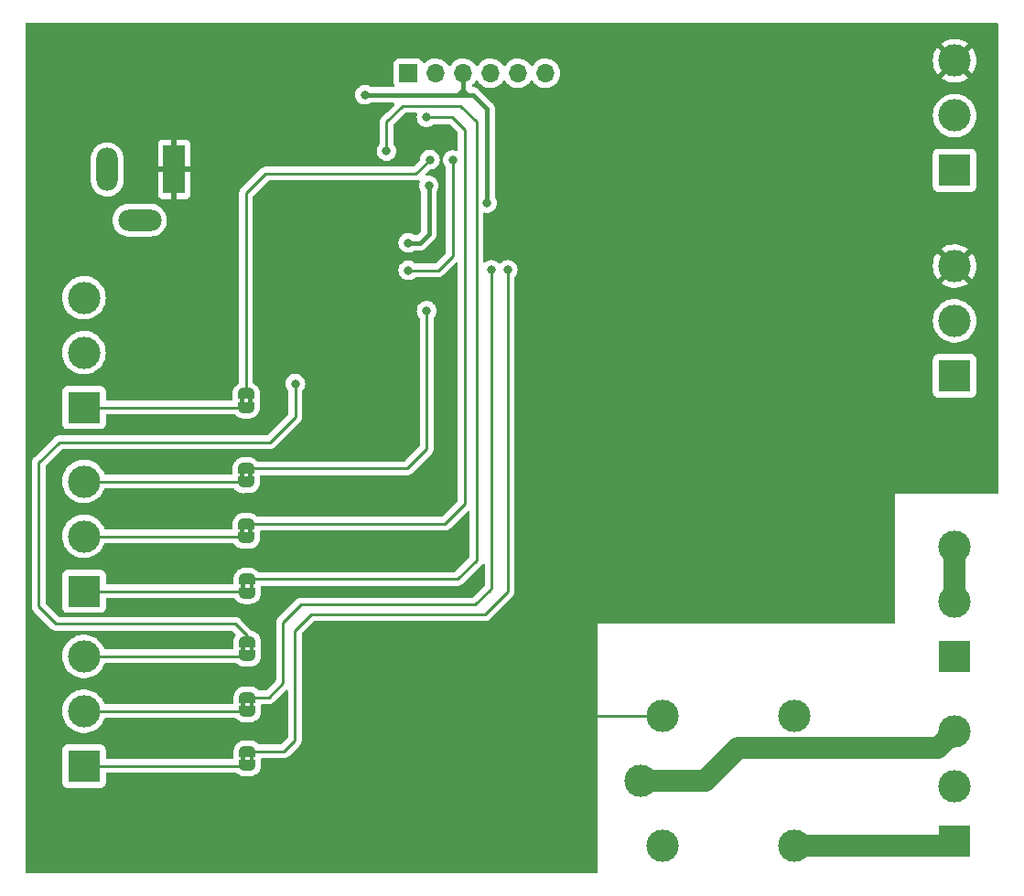
<source format=gbr>
%TF.GenerationSoftware,KiCad,Pcbnew,(6.0.9-0)*%
%TF.CreationDate,2023-01-29T21:20:06-03:00*%
%TF.ProjectId,WaterPumpControl,57617465-7250-4756-9d70-436f6e74726f,rev?*%
%TF.SameCoordinates,Original*%
%TF.FileFunction,Copper,L2,Bot*%
%TF.FilePolarity,Positive*%
%FSLAX46Y46*%
G04 Gerber Fmt 4.6, Leading zero omitted, Abs format (unit mm)*
G04 Created by KiCad (PCBNEW (6.0.9-0)) date 2023-01-29 21:20:06*
%MOMM*%
%LPD*%
G01*
G04 APERTURE LIST*
G04 Aperture macros list*
%AMFreePoly0*
4,1,22,0.500000,-0.750000,0.000000,-0.750000,0.000000,-0.745033,-0.079941,-0.743568,-0.215256,-0.701293,-0.333266,-0.622738,-0.424486,-0.514219,-0.481581,-0.384460,-0.499164,-0.250000,-0.500000,-0.250000,-0.500000,0.250000,-0.499164,0.250000,-0.499963,0.256109,-0.478152,0.396186,-0.417904,0.524511,-0.324060,0.630769,-0.204165,0.706417,-0.067858,0.745374,0.000000,0.744959,0.000000,0.750000,
0.500000,0.750000,0.500000,-0.750000,0.500000,-0.750000,$1*%
%AMFreePoly1*
4,1,20,0.000000,0.744959,0.073905,0.744508,0.209726,0.703889,0.328688,0.626782,0.421226,0.519385,0.479903,0.390333,0.500000,0.250000,0.500000,-0.250000,0.499851,-0.262216,0.476331,-0.402017,0.414519,-0.529596,0.319384,-0.634700,0.198574,-0.708877,0.061801,-0.746166,0.000000,-0.745033,0.000000,-0.750000,-0.500000,-0.750000,-0.500000,0.750000,0.000000,0.750000,0.000000,0.744959,
0.000000,0.744959,$1*%
G04 Aperture macros list end*
%TA.AperFunction,ComponentPad*%
%ADD10R,3.000000X3.000000*%
%TD*%
%TA.AperFunction,ComponentPad*%
%ADD11C,3.000000*%
%TD*%
%TA.AperFunction,ComponentPad*%
%ADD12R,1.700000X1.700000*%
%TD*%
%TA.AperFunction,ComponentPad*%
%ADD13O,1.700000X1.700000*%
%TD*%
%TA.AperFunction,ComponentPad*%
%ADD14R,2.000000X4.500000*%
%TD*%
%TA.AperFunction,ComponentPad*%
%ADD15O,2.000000X4.000000*%
%TD*%
%TA.AperFunction,ComponentPad*%
%ADD16O,4.000000X2.000000*%
%TD*%
%TA.AperFunction,SMDPad,CuDef*%
%ADD17FreePoly0,270.000000*%
%TD*%
%TA.AperFunction,SMDPad,CuDef*%
%ADD18FreePoly1,270.000000*%
%TD*%
%TA.AperFunction,ViaPad*%
%ADD19C,0.800000*%
%TD*%
%TA.AperFunction,Conductor*%
%ADD20C,0.250000*%
%TD*%
%TA.AperFunction,Conductor*%
%ADD21C,0.400000*%
%TD*%
%TA.AperFunction,Conductor*%
%ADD22C,2.000000*%
%TD*%
G04 APERTURE END LIST*
%TO.C,JP3*%
G36*
X40800000Y-55550000D02*
G01*
X40400000Y-55550000D01*
X40400000Y-55050000D01*
X40800000Y-55050000D01*
X40800000Y-55550000D01*
G37*
G36*
X41600000Y-55550000D02*
G01*
X41200000Y-55550000D01*
X41200000Y-55050000D01*
X41600000Y-55050000D01*
X41600000Y-55550000D01*
G37*
%TO.C,JP6*%
G36*
X40900000Y-83680000D02*
G01*
X40500000Y-83680000D01*
X40500000Y-83180000D01*
X40900000Y-83180000D01*
X40900000Y-83680000D01*
G37*
G36*
X41700000Y-83680000D02*
G01*
X41300000Y-83680000D01*
X41300000Y-83180000D01*
X41700000Y-83180000D01*
X41700000Y-83680000D01*
G37*
%TO.C,JP2*%
G36*
X40900000Y-72730000D02*
G01*
X40500000Y-72730000D01*
X40500000Y-72230000D01*
X40900000Y-72230000D01*
X40900000Y-72730000D01*
G37*
G36*
X41700000Y-72730000D02*
G01*
X41300000Y-72730000D01*
X41300000Y-72230000D01*
X41700000Y-72230000D01*
X41700000Y-72730000D01*
G37*
%TO.C,JP7*%
G36*
X41700000Y-88680000D02*
G01*
X41300000Y-88680000D01*
X41300000Y-88180000D01*
X41700000Y-88180000D01*
X41700000Y-88680000D01*
G37*
G36*
X40900000Y-88680000D02*
G01*
X40500000Y-88680000D01*
X40500000Y-88180000D01*
X40900000Y-88180000D01*
X40900000Y-88680000D01*
G37*
%TO.C,JP1*%
G36*
X40800000Y-67630000D02*
G01*
X40400000Y-67630000D01*
X40400000Y-67130000D01*
X40800000Y-67130000D01*
X40800000Y-67630000D01*
G37*
G36*
X41600000Y-67630000D02*
G01*
X41200000Y-67630000D01*
X41200000Y-67130000D01*
X41600000Y-67130000D01*
X41600000Y-67630000D01*
G37*
%TO.C,JP5*%
G36*
X40900000Y-78530000D02*
G01*
X40500000Y-78530000D01*
X40500000Y-78030000D01*
X40900000Y-78030000D01*
X40900000Y-78530000D01*
G37*
G36*
X41700000Y-78530000D02*
G01*
X41300000Y-78530000D01*
X41300000Y-78030000D01*
X41700000Y-78030000D01*
X41700000Y-78530000D01*
G37*
%TO.C,JP4*%
G36*
X41600000Y-62480000D02*
G01*
X41200000Y-62480000D01*
X41200000Y-61980000D01*
X41600000Y-61980000D01*
X41600000Y-62480000D01*
G37*
G36*
X40800000Y-62480000D02*
G01*
X40400000Y-62480000D01*
X40400000Y-61980000D01*
X40800000Y-61980000D01*
X40800000Y-62480000D01*
G37*
%TD*%
D10*
%TO.P,J9,1,Pin_1*%
%TO.N,AUX2*%
X26000000Y-89160000D03*
D11*
%TO.P,J9,2,Pin_2*%
%TO.N,AUX1*%
X26000000Y-84080000D03*
%TO.P,J9,3,Pin_3*%
%TO.N,LEARN*%
X26000000Y-79000000D03*
%TD*%
D10*
%TO.P,J4,1,Pin_1*%
%TO.N,TO_PUMP*%
X106550000Y-96085664D03*
D11*
%TO.P,J4,2,Pin_2*%
%TO.N,unconnected-(J4-Pad2)*%
X106550000Y-91005664D03*
%TO.P,J4,3,Pin_3*%
%TO.N,LIVE*%
X106550000Y-85925664D03*
%TD*%
D10*
%TO.P,J8,1,Pin_1*%
%TO.N,unconnected-(J8-Pad1)*%
X106550000Y-79040000D03*
D11*
%TO.P,J8,2,Pin_2*%
%TO.N,NEUTRO*%
X106550000Y-73960000D03*
%TO.P,J8,3,Pin_3*%
X106550000Y-68880000D03*
%TD*%
D12*
%TO.P,J7,1,Pin_1*%
%TO.N,GND*%
X56000000Y-25000000D03*
D13*
%TO.P,J7,2,Pin_2*%
X58540000Y-25000000D03*
%TO.P,J7,3,Pin_3*%
%TO.N,+5V*%
X61080000Y-25000000D03*
%TO.P,J7,4,Pin_4*%
%TO.N,TX0*%
X63620000Y-25000000D03*
%TO.P,J7,5,Pin_5*%
%TO.N,RXI*%
X66160000Y-25000000D03*
%TO.P,J7,6,Pin_6*%
%TO.N,DTR*%
X68700000Y-25000000D03*
%TD*%
D10*
%TO.P,J5,1,Pin_1*%
%TO.N,GND*%
X106550000Y-34000000D03*
D11*
%TO.P,J5,2,Pin_2*%
%TO.N,TANK_COMM*%
X106550000Y-28920000D03*
%TO.P,J5,3,Pin_3*%
%TO.N,+12V*%
X106550000Y-23840000D03*
%TD*%
D10*
%TO.P,J1,1,Pin_1*%
%TO.N,TANK_5V*%
X26000000Y-55960000D03*
D11*
%TO.P,J1,2,Pin_2*%
%TO.N,GND*%
X26000000Y-50880000D03*
%TO.P,J1,3,Pin_3*%
%TO.N,+5V*%
X26000000Y-45800000D03*
%TD*%
%TO.P,K1,11*%
%TO.N,LIVE*%
X77500000Y-90500000D03*
%TO.P,K1,12*%
%TO.N,NC*%
X91700000Y-84500000D03*
%TO.P,K1,14*%
%TO.N,TO_PUMP*%
X91700000Y-96500000D03*
%TO.P,K1,A1*%
%TO.N,Net-(D6-Pad1)*%
X79500000Y-96500000D03*
%TO.P,K1,A2*%
%TO.N,+12V*%
X79500000Y-84500000D03*
%TD*%
D14*
%TO.P,J3,1*%
%TO.N,+12V*%
X34350000Y-33900000D03*
D15*
%TO.P,J3,2*%
%TO.N,GND*%
X28150000Y-33900000D03*
D16*
%TO.P,J3,3*%
X31150000Y-38600000D03*
%TD*%
D10*
%TO.P,J2,1,Pin_1*%
%TO.N,PUMP_ENABLE*%
X26000000Y-72960000D03*
D11*
%TO.P,J2,2,Pin_2*%
%TO.N,LED_ERROR*%
X26000000Y-67880000D03*
%TO.P,J2,3,Pin_3*%
%TO.N,CIST_5V*%
X26000000Y-62800000D03*
%TD*%
D10*
%TO.P,J6,1,Pin_1*%
%TO.N,GND*%
X106550000Y-53010000D03*
D11*
%TO.P,J6,2,Pin_2*%
%TO.N,CIST_COMM*%
X106550000Y-47930000D03*
%TO.P,J6,3,Pin_3*%
%TO.N,+12V*%
X106550000Y-42850000D03*
%TD*%
D17*
%TO.P,JP3,1,A*%
%TO.N,D4*%
X41000000Y-54650000D03*
D18*
%TO.P,JP3,2,B*%
%TO.N,TANK_5V*%
X41000000Y-55950000D03*
%TD*%
D17*
%TO.P,JP6,1,A*%
%TO.N,D7*%
X41100000Y-82780000D03*
D18*
%TO.P,JP6,2,B*%
%TO.N,AUX1*%
X41100000Y-84080000D03*
%TD*%
D17*
%TO.P,JP2,1,A*%
%TO.N,D3*%
X41100000Y-71830000D03*
D18*
%TO.P,JP2,2,B*%
%TO.N,PUMP_ENABLE*%
X41100000Y-73130000D03*
%TD*%
D17*
%TO.P,JP7,1,A*%
%TO.N,D8*%
X41100000Y-87780000D03*
D18*
%TO.P,JP7,2,B*%
%TO.N,AUX2*%
X41100000Y-89080000D03*
%TD*%
D17*
%TO.P,JP1,1,A*%
%TO.N,D2*%
X41000000Y-66730000D03*
D18*
%TO.P,JP1,2,B*%
%TO.N,LED_ERROR*%
X41000000Y-68030000D03*
%TD*%
D17*
%TO.P,JP5,1,A*%
%TO.N,D6*%
X41100000Y-77630000D03*
D18*
%TO.P,JP5,2,B*%
%TO.N,LEARN*%
X41100000Y-78930000D03*
%TD*%
D17*
%TO.P,JP4,1,A*%
%TO.N,D5*%
X41000000Y-61580000D03*
D18*
%TO.P,JP4,2,B*%
%TO.N,CIST_5V*%
X41000000Y-62880000D03*
%TD*%
D19*
%TO.N,+12V*%
X92500000Y-24500000D03*
X92500000Y-42480994D03*
X72000000Y-84500000D03*
%TO.N,+5V*%
X52000000Y-27000000D03*
X63300000Y-37000000D03*
%TO.N,D2*%
X57700000Y-29075500D03*
%TO.N,D3*%
X53983669Y-32200000D03*
%TO.N,D4*%
X58000000Y-33000000D03*
%TO.N,D5*%
X57700000Y-46990174D03*
%TO.N,Net-(R12-Pad2)*%
X56000000Y-43250000D03*
X60103319Y-33038744D03*
%TO.N,GND*%
X57900000Y-35400000D03*
X56000000Y-40700000D03*
%TO.N,D6*%
X45550000Y-53750000D03*
%TO.N,D7*%
X63700000Y-43200000D03*
%TO.N,D8*%
X65200000Y-43200000D03*
%TD*%
D20*
%TO.N,+12V*%
X79500000Y-84500000D02*
X73000000Y-84500000D01*
D21*
%TO.N,+5V*%
X61080000Y-26580000D02*
X61020000Y-26580000D01*
X61500000Y-27000000D02*
X61600000Y-27000000D01*
X61600000Y-27000000D02*
X61000000Y-27000000D01*
X63300000Y-37000000D02*
X63300000Y-28300000D01*
X52000000Y-27000000D02*
X60600000Y-27000000D01*
X61080000Y-26580000D02*
X61080000Y-26920000D01*
X61020000Y-26580000D02*
X60600000Y-27000000D01*
X62000000Y-27000000D02*
X61600000Y-27000000D01*
X61080000Y-26580000D02*
X61500000Y-27000000D01*
X63300000Y-28300000D02*
X62000000Y-27000000D01*
X61080000Y-25000000D02*
X61080000Y-26580000D01*
X60600000Y-27000000D02*
X61000000Y-27000000D01*
D20*
X61080000Y-26920000D02*
X61000000Y-27000000D01*
%TO.N,TANK_5V*%
X40990000Y-55960000D02*
X41000000Y-55950000D01*
X26000000Y-55960000D02*
X40990000Y-55960000D01*
%TO.N,PUMP_ENABLE*%
X41036550Y-72960000D02*
X26000000Y-72960000D01*
%TO.N,LED_ERROR*%
X41142010Y-67880000D02*
X26000000Y-67880000D01*
%TO.N,CIST_5V*%
X41154471Y-62800000D02*
X26000000Y-62800000D01*
%TO.N,TO_PUMP*%
X106135664Y-96500000D02*
X106550000Y-96085664D01*
D22*
X91700000Y-96500000D02*
X106135664Y-96500000D01*
%TO.N,LIVE*%
X106550000Y-85925664D02*
X104975664Y-87500000D01*
X83500000Y-90500000D02*
X77500000Y-90500000D01*
X104975664Y-87500000D02*
X86500000Y-87500000D01*
X86500000Y-87500000D02*
X83500000Y-90500000D01*
D20*
%TO.N,D2*%
X60075500Y-29075500D02*
X57700000Y-29075500D01*
X59370000Y-66730000D02*
X61200000Y-64900000D01*
X61200000Y-30200000D02*
X60075500Y-29075500D01*
X41000000Y-66730000D02*
X59370000Y-66730000D01*
X61200000Y-64900000D02*
X61200000Y-30200000D01*
%TO.N,D3*%
X53983669Y-29516331D02*
X55500000Y-28000000D01*
X53983669Y-32200000D02*
X53983669Y-29516331D01*
X60570000Y-71830000D02*
X41100000Y-71830000D01*
X55500000Y-28000000D02*
X60800000Y-28000000D01*
X62300000Y-70100000D02*
X60570000Y-71830000D01*
X60800000Y-28000000D02*
X62300000Y-29500000D01*
X62300000Y-29500000D02*
X62300000Y-70100000D01*
%TO.N,D4*%
X42800000Y-34300000D02*
X41000000Y-36100000D01*
X56700000Y-34300000D02*
X42800000Y-34300000D01*
X41000000Y-54650000D02*
X41000000Y-36100000D01*
X58000000Y-33000000D02*
X56700000Y-34300000D01*
%TO.N,D5*%
X41000000Y-61580000D02*
X55920000Y-61580000D01*
X55920000Y-61580000D02*
X57700000Y-59800000D01*
X57700000Y-59800000D02*
X57700000Y-46990174D01*
%TO.N,Net-(R12-Pad2)*%
X58750000Y-43250000D02*
X56000000Y-43250000D01*
X60103319Y-33038744D02*
X60103319Y-41896681D01*
X60103319Y-41896681D02*
X58750000Y-43250000D01*
D21*
%TO.N,GND*%
X57100000Y-40700000D02*
X56000000Y-40700000D01*
X57900000Y-35400000D02*
X57900000Y-39900000D01*
X57900000Y-39900000D02*
X57100000Y-40700000D01*
D22*
%TO.N,NEUTRO*%
X106550000Y-68880000D02*
X106550000Y-73960000D01*
D20*
%TO.N,LEARN*%
X26000000Y-79000000D02*
X41030000Y-79000000D01*
X41030000Y-79000000D02*
X41100000Y-78930000D01*
%TO.N,D6*%
X21800000Y-74380000D02*
X23400000Y-75980000D01*
X21800000Y-61080000D02*
X21800000Y-74380000D01*
X45550000Y-56830000D02*
X43200000Y-59180000D01*
X23700000Y-59180000D02*
X21800000Y-61080000D01*
X23400000Y-75980000D02*
X40000000Y-75980000D01*
X41100000Y-77080000D02*
X41100000Y-77630000D01*
X43200000Y-59180000D02*
X23700000Y-59180000D01*
X45550000Y-53750000D02*
X45550000Y-56830000D01*
X40000000Y-75980000D02*
X41100000Y-77080000D01*
%TO.N,AUX2*%
X41020000Y-89160000D02*
X26000000Y-89160000D01*
X41100000Y-89080000D02*
X41020000Y-89160000D01*
%TO.N,AUX1*%
X41100000Y-84080000D02*
X26000000Y-84080000D01*
%TO.N,D7*%
X62200000Y-74200000D02*
X63600000Y-72800000D01*
X63700000Y-72700000D02*
X63700000Y-43200000D01*
X47900000Y-74200000D02*
X62200000Y-74200000D01*
X44400000Y-75900000D02*
X46100000Y-74200000D01*
X46100000Y-74200000D02*
X47900000Y-74200000D01*
X41100000Y-82780000D02*
X43100000Y-82780000D01*
X63600000Y-72800000D02*
X63700000Y-72700000D01*
X44400000Y-81480000D02*
X44400000Y-75900000D01*
X43100000Y-82780000D02*
X44400000Y-81480000D01*
%TO.N,D8*%
X65200000Y-73000000D02*
X65200000Y-43200000D01*
X45500000Y-76600000D02*
X47000000Y-75100000D01*
X45500000Y-76600000D02*
X45500000Y-86780000D01*
X63100000Y-75100000D02*
X65200000Y-73000000D01*
X41100000Y-87780000D02*
X44500000Y-87780000D01*
X47000000Y-75100000D02*
X63100000Y-75100000D01*
X44500000Y-87780000D02*
X45500000Y-86780000D01*
%TD*%
%TA.AperFunction,Conductor*%
%TO.N,+12V*%
G36*
X110533621Y-20328502D02*
G01*
X110580114Y-20382158D01*
X110591500Y-20434500D01*
X110591500Y-63794000D01*
X110571498Y-63862121D01*
X110517842Y-63908614D01*
X110465500Y-63920000D01*
X101050000Y-63920000D01*
X101050000Y-75874000D01*
X101029998Y-75942121D01*
X100976342Y-75988614D01*
X100924000Y-76000000D01*
X73500000Y-76000000D01*
X73500000Y-98965500D01*
X73479998Y-99033621D01*
X73426342Y-99080114D01*
X73374000Y-99091500D01*
X20734500Y-99091500D01*
X20666379Y-99071498D01*
X20619886Y-99017842D01*
X20608500Y-98965500D01*
X20608500Y-84058918D01*
X23986917Y-84058918D01*
X24002682Y-84332320D01*
X24003507Y-84336525D01*
X24003508Y-84336533D01*
X24024425Y-84443145D01*
X24055405Y-84601053D01*
X24056792Y-84605103D01*
X24056793Y-84605108D01*
X24142723Y-84856088D01*
X24144112Y-84860144D01*
X24201915Y-84975073D01*
X24264099Y-85098712D01*
X24267160Y-85104799D01*
X24269586Y-85108328D01*
X24269589Y-85108334D01*
X24387672Y-85280144D01*
X24422274Y-85330490D01*
X24606582Y-85533043D01*
X24816675Y-85708707D01*
X24820316Y-85710991D01*
X25045024Y-85851951D01*
X25045028Y-85851953D01*
X25048664Y-85854234D01*
X25116544Y-85884883D01*
X25294345Y-85965164D01*
X25294349Y-85965166D01*
X25298257Y-85966930D01*
X25302377Y-85968150D01*
X25302376Y-85968150D01*
X25556723Y-86043491D01*
X25556727Y-86043492D01*
X25560836Y-86044709D01*
X25565070Y-86045357D01*
X25565075Y-86045358D01*
X25827298Y-86085483D01*
X25827300Y-86085483D01*
X25831540Y-86086132D01*
X25970912Y-86088322D01*
X26101071Y-86090367D01*
X26101077Y-86090367D01*
X26105362Y-86090434D01*
X26377235Y-86057534D01*
X26642127Y-85988041D01*
X26646087Y-85986401D01*
X26646092Y-85986399D01*
X26792718Y-85925664D01*
X26895136Y-85883241D01*
X27131582Y-85745073D01*
X27347089Y-85576094D01*
X27388809Y-85533043D01*
X27534686Y-85382509D01*
X27537669Y-85379431D01*
X27540202Y-85375983D01*
X27540206Y-85375978D01*
X27697257Y-85162178D01*
X27699795Y-85158723D01*
X27727154Y-85108334D01*
X27828418Y-84921830D01*
X27828419Y-84921828D01*
X27830468Y-84918054D01*
X27876980Y-84794963D01*
X27919769Y-84738310D01*
X27986395Y-84713784D01*
X27994846Y-84713500D01*
X39999287Y-84713500D01*
X40067408Y-84733502D01*
X40096232Y-84759016D01*
X40116592Y-84783540D01*
X40222776Y-84879654D01*
X40226492Y-84882161D01*
X40226494Y-84882162D01*
X40339817Y-84958599D01*
X40339822Y-84958602D01*
X40343536Y-84961107D01*
X40347573Y-84963063D01*
X40347575Y-84963064D01*
X40368531Y-84973217D01*
X40472428Y-85023554D01*
X40611188Y-85067838D01*
X40752426Y-85091600D01*
X40831373Y-85098682D01*
X40833795Y-85098712D01*
X40833802Y-85098712D01*
X40837116Y-85098752D01*
X40843715Y-85098833D01*
X40918035Y-85093995D01*
X40926221Y-85093729D01*
X41270519Y-85093729D01*
X41281778Y-85094233D01*
X41331373Y-85098682D01*
X41333795Y-85098712D01*
X41333802Y-85098712D01*
X41337116Y-85098752D01*
X41343715Y-85098833D01*
X41380007Y-85096471D01*
X41420408Y-85093841D01*
X41420418Y-85093840D01*
X41422829Y-85093683D01*
X41440202Y-85091195D01*
X41560161Y-85074016D01*
X41560167Y-85074015D01*
X41564606Y-85073379D01*
X41568911Y-85072120D01*
X41568916Y-85072119D01*
X41700108Y-85033755D01*
X41704410Y-85032497D01*
X41834789Y-84973217D01*
X41838560Y-84970805D01*
X41838568Y-84970801D01*
X41953721Y-84897157D01*
X41953722Y-84897156D01*
X41957497Y-84894742D01*
X42065998Y-84801252D01*
X42161750Y-84691489D01*
X42239650Y-84571304D01*
X42272597Y-84500000D01*
X42298868Y-84443145D01*
X42298869Y-84443143D01*
X42300748Y-84439076D01*
X42332674Y-84332320D01*
X42340499Y-84306156D01*
X42340500Y-84306151D01*
X42341784Y-84301858D01*
X42363312Y-84157804D01*
X42364187Y-84014583D01*
X42363852Y-84012139D01*
X42363729Y-84008344D01*
X42363729Y-83580000D01*
X42361475Y-83548489D01*
X42376566Y-83479116D01*
X42426768Y-83428913D01*
X42487154Y-83413500D01*
X43021233Y-83413500D01*
X43032416Y-83414027D01*
X43039909Y-83415702D01*
X43047835Y-83415453D01*
X43047836Y-83415453D01*
X43107986Y-83413562D01*
X43111945Y-83413500D01*
X43139856Y-83413500D01*
X43143791Y-83413003D01*
X43143856Y-83412995D01*
X43155693Y-83412062D01*
X43187951Y-83411048D01*
X43191970Y-83410922D01*
X43199889Y-83410673D01*
X43219343Y-83405021D01*
X43238700Y-83401013D01*
X43250930Y-83399468D01*
X43250931Y-83399468D01*
X43258797Y-83398474D01*
X43266168Y-83395555D01*
X43266170Y-83395555D01*
X43299912Y-83382196D01*
X43311142Y-83378351D01*
X43345983Y-83368229D01*
X43345984Y-83368229D01*
X43353593Y-83366018D01*
X43360412Y-83361985D01*
X43360417Y-83361983D01*
X43371028Y-83355707D01*
X43388776Y-83347012D01*
X43407617Y-83339552D01*
X43443387Y-83313564D01*
X43453307Y-83307048D01*
X43484535Y-83288580D01*
X43484538Y-83288578D01*
X43491362Y-83284542D01*
X43505683Y-83270221D01*
X43520717Y-83257380D01*
X43537107Y-83245472D01*
X43565298Y-83211395D01*
X43573288Y-83202616D01*
X44651405Y-82124499D01*
X44713717Y-82090473D01*
X44784532Y-82095538D01*
X44841368Y-82138085D01*
X44866179Y-82204605D01*
X44866500Y-82213594D01*
X44866500Y-86465405D01*
X44846498Y-86533526D01*
X44829595Y-86554501D01*
X44274499Y-87109596D01*
X44212187Y-87143621D01*
X44185404Y-87146500D01*
X42200168Y-87146500D01*
X42132047Y-87126498D01*
X42104215Y-87102164D01*
X42077663Y-87070966D01*
X42074754Y-87067548D01*
X42071275Y-87064475D01*
X41970758Y-86975703D01*
X41967403Y-86972740D01*
X41956260Y-86965420D01*
X41849414Y-86895236D01*
X41845666Y-86892774D01*
X41841609Y-86890869D01*
X41841605Y-86890867D01*
X41720076Y-86833809D01*
X41716021Y-86831905D01*
X41711738Y-86830596D01*
X41711734Y-86830594D01*
X41581011Y-86790628D01*
X41576723Y-86789317D01*
X41572300Y-86788628D01*
X41572294Y-86788627D01*
X41512432Y-86779307D01*
X41435205Y-86767283D01*
X41430738Y-86767228D01*
X41430733Y-86767228D01*
X41357169Y-86766329D01*
X41289562Y-86765503D01*
X41285277Y-86766063D01*
X41278240Y-86766271D01*
X40888953Y-86766271D01*
X40888953Y-86766273D01*
X40885986Y-86766682D01*
X40789562Y-86765504D01*
X40785120Y-86766085D01*
X40785117Y-86766085D01*
X40651998Y-86783492D01*
X40651996Y-86783492D01*
X40647548Y-86784074D01*
X40507252Y-86823245D01*
X40376159Y-86880928D01*
X40301045Y-86927683D01*
X40256306Y-86955530D01*
X40256302Y-86955533D01*
X40252504Y-86957897D01*
X40249076Y-86960779D01*
X40249074Y-86960780D01*
X40207843Y-86995438D01*
X40142869Y-87050054D01*
X40045782Y-87158639D01*
X40043297Y-87162372D01*
X40043294Y-87162376D01*
X40001545Y-87225095D01*
X39966419Y-87277864D01*
X39903711Y-87409333D01*
X39861001Y-87546039D01*
X39837713Y-87689821D01*
X39835088Y-87833020D01*
X39835641Y-87837465D01*
X39835878Y-87841944D01*
X39835751Y-87841951D01*
X39836271Y-87850339D01*
X39836271Y-88280000D01*
X39841500Y-88353111D01*
X39844991Y-88365000D01*
X39844993Y-88435994D01*
X39806612Y-88495721D01*
X39742032Y-88525217D01*
X39724096Y-88526500D01*
X28134500Y-88526500D01*
X28066379Y-88506498D01*
X28019886Y-88452842D01*
X28008500Y-88400500D01*
X28008500Y-87611866D01*
X28001745Y-87549684D01*
X27950615Y-87413295D01*
X27863261Y-87296739D01*
X27746705Y-87209385D01*
X27610316Y-87158255D01*
X27548134Y-87151500D01*
X24451866Y-87151500D01*
X24389684Y-87158255D01*
X24253295Y-87209385D01*
X24136739Y-87296739D01*
X24049385Y-87413295D01*
X23998255Y-87549684D01*
X23991500Y-87611866D01*
X23991500Y-90708134D01*
X23998255Y-90770316D01*
X24049385Y-90906705D01*
X24136739Y-91023261D01*
X24253295Y-91110615D01*
X24389684Y-91161745D01*
X24451866Y-91168500D01*
X27548134Y-91168500D01*
X27610316Y-91161745D01*
X27746705Y-91110615D01*
X27863261Y-91023261D01*
X27950615Y-90906705D01*
X28001745Y-90770316D01*
X28008500Y-90708134D01*
X28008500Y-89919500D01*
X28028502Y-89851379D01*
X28082158Y-89804886D01*
X28134500Y-89793500D01*
X40079039Y-89793500D01*
X40147160Y-89813502D01*
X40163595Y-89826086D01*
X40219445Y-89876640D01*
X40219454Y-89876647D01*
X40222776Y-89879654D01*
X40226492Y-89882161D01*
X40226494Y-89882162D01*
X40339817Y-89958599D01*
X40339822Y-89958602D01*
X40343536Y-89961107D01*
X40347573Y-89963063D01*
X40347575Y-89963064D01*
X40368531Y-89973217D01*
X40472428Y-90023554D01*
X40611188Y-90067838D01*
X40752426Y-90091600D01*
X40831373Y-90098682D01*
X40833795Y-90098712D01*
X40833802Y-90098712D01*
X40837116Y-90098752D01*
X40843715Y-90098833D01*
X40918035Y-90093995D01*
X40926221Y-90093729D01*
X41270519Y-90093729D01*
X41281778Y-90094233D01*
X41331373Y-90098682D01*
X41333795Y-90098712D01*
X41333802Y-90098712D01*
X41337116Y-90098752D01*
X41343715Y-90098833D01*
X41380007Y-90096471D01*
X41420408Y-90093841D01*
X41420418Y-90093840D01*
X41422829Y-90093683D01*
X41440202Y-90091195D01*
X41560161Y-90074016D01*
X41560167Y-90074015D01*
X41564606Y-90073379D01*
X41568911Y-90072120D01*
X41568916Y-90072119D01*
X41700108Y-90033755D01*
X41704410Y-90032497D01*
X41834789Y-89973217D01*
X41838560Y-89970805D01*
X41838568Y-89970801D01*
X41953721Y-89897157D01*
X41953722Y-89897156D01*
X41957497Y-89894742D01*
X42065998Y-89801252D01*
X42161750Y-89691489D01*
X42168445Y-89681161D01*
X42237214Y-89575062D01*
X42239650Y-89571304D01*
X42300748Y-89439076D01*
X42341784Y-89301858D01*
X42353784Y-89221565D01*
X42362650Y-89162235D01*
X42362650Y-89162232D01*
X42363312Y-89157804D01*
X42363768Y-89083145D01*
X42364160Y-89019055D01*
X42364160Y-89019050D01*
X42364187Y-89014583D01*
X42363852Y-89012139D01*
X42363729Y-89008344D01*
X42363729Y-88580000D01*
X42361475Y-88548489D01*
X42376566Y-88479116D01*
X42426768Y-88428913D01*
X42487154Y-88413500D01*
X44421233Y-88413500D01*
X44432416Y-88414027D01*
X44439909Y-88415702D01*
X44447835Y-88415453D01*
X44447836Y-88415453D01*
X44507986Y-88413562D01*
X44511945Y-88413500D01*
X44539856Y-88413500D01*
X44543791Y-88413003D01*
X44543856Y-88412995D01*
X44555693Y-88412062D01*
X44587951Y-88411048D01*
X44591970Y-88410922D01*
X44599889Y-88410673D01*
X44619343Y-88405021D01*
X44638700Y-88401013D01*
X44650930Y-88399468D01*
X44650931Y-88399468D01*
X44658797Y-88398474D01*
X44666168Y-88395555D01*
X44666170Y-88395555D01*
X44699912Y-88382196D01*
X44711142Y-88378351D01*
X44745983Y-88368229D01*
X44745984Y-88368229D01*
X44753593Y-88366018D01*
X44760412Y-88361985D01*
X44760417Y-88361983D01*
X44771028Y-88355707D01*
X44788776Y-88347012D01*
X44807617Y-88339552D01*
X44843387Y-88313564D01*
X44853307Y-88307048D01*
X44884535Y-88288580D01*
X44884538Y-88288578D01*
X44891362Y-88284542D01*
X44905683Y-88270221D01*
X44920717Y-88257380D01*
X44930694Y-88250131D01*
X44937107Y-88245472D01*
X44965298Y-88211395D01*
X44973288Y-88202616D01*
X45892247Y-87283657D01*
X45900537Y-87276113D01*
X45907018Y-87272000D01*
X45953659Y-87222332D01*
X45956413Y-87219491D01*
X45976135Y-87199769D01*
X45978612Y-87196576D01*
X45986317Y-87187555D01*
X46011159Y-87161100D01*
X46016586Y-87155321D01*
X46020407Y-87148371D01*
X46026346Y-87137568D01*
X46037202Y-87121041D01*
X46044757Y-87111302D01*
X46044758Y-87111300D01*
X46049614Y-87105040D01*
X46067174Y-87064460D01*
X46072391Y-87053812D01*
X46089875Y-87022009D01*
X46089876Y-87022007D01*
X46093695Y-87015060D01*
X46096436Y-87004387D01*
X46098733Y-86995438D01*
X46105137Y-86976734D01*
X46110033Y-86965420D01*
X46110033Y-86965419D01*
X46113181Y-86958145D01*
X46114420Y-86950322D01*
X46114423Y-86950312D01*
X46120099Y-86914476D01*
X46122505Y-86902856D01*
X46131528Y-86867711D01*
X46131528Y-86867710D01*
X46133500Y-86860030D01*
X46133500Y-86839776D01*
X46135051Y-86820065D01*
X46136980Y-86807886D01*
X46138220Y-86800057D01*
X46134059Y-86756038D01*
X46133500Y-86744181D01*
X46133500Y-76914594D01*
X46153502Y-76846473D01*
X46170405Y-76825499D01*
X47225499Y-75770405D01*
X47287811Y-75736379D01*
X47314594Y-75733500D01*
X63021233Y-75733500D01*
X63032416Y-75734027D01*
X63039909Y-75735702D01*
X63047835Y-75735453D01*
X63047836Y-75735453D01*
X63107986Y-75733562D01*
X63111945Y-75733500D01*
X63139856Y-75733500D01*
X63143791Y-75733003D01*
X63143856Y-75732995D01*
X63155693Y-75732062D01*
X63187951Y-75731048D01*
X63191970Y-75730922D01*
X63199889Y-75730673D01*
X63219343Y-75725021D01*
X63238700Y-75721013D01*
X63250930Y-75719468D01*
X63250931Y-75719468D01*
X63258797Y-75718474D01*
X63266168Y-75715555D01*
X63266170Y-75715555D01*
X63299912Y-75702196D01*
X63311142Y-75698351D01*
X63345983Y-75688229D01*
X63345984Y-75688229D01*
X63353593Y-75686018D01*
X63360412Y-75681985D01*
X63360417Y-75681983D01*
X63371028Y-75675707D01*
X63388776Y-75667012D01*
X63407617Y-75659552D01*
X63443387Y-75633564D01*
X63453307Y-75627048D01*
X63484535Y-75608580D01*
X63484538Y-75608578D01*
X63491362Y-75604542D01*
X63505683Y-75590221D01*
X63520717Y-75577380D01*
X63530694Y-75570131D01*
X63537107Y-75565472D01*
X63565298Y-75531395D01*
X63573288Y-75522616D01*
X65592247Y-73503657D01*
X65600537Y-73496113D01*
X65607018Y-73492000D01*
X65653659Y-73442332D01*
X65656413Y-73439491D01*
X65676134Y-73419770D01*
X65678612Y-73416575D01*
X65686318Y-73407553D01*
X65711158Y-73381101D01*
X65716586Y-73375321D01*
X65726346Y-73357568D01*
X65737199Y-73341045D01*
X65744753Y-73331306D01*
X65749613Y-73325041D01*
X65767176Y-73284457D01*
X65772383Y-73273827D01*
X65793695Y-73235060D01*
X65795666Y-73227383D01*
X65795668Y-73227378D01*
X65798732Y-73215442D01*
X65805138Y-73196730D01*
X65810034Y-73185417D01*
X65813181Y-73178145D01*
X65819080Y-73140905D01*
X65820097Y-73134481D01*
X65822504Y-73122860D01*
X65831528Y-73087711D01*
X65831528Y-73087710D01*
X65833500Y-73080030D01*
X65833500Y-73059769D01*
X65835051Y-73040058D01*
X65836979Y-73027885D01*
X65838219Y-73020057D01*
X65834059Y-72976046D01*
X65833500Y-72964189D01*
X65833500Y-54558134D01*
X104541500Y-54558134D01*
X104548255Y-54620316D01*
X104599385Y-54756705D01*
X104686739Y-54873261D01*
X104803295Y-54960615D01*
X104939684Y-55011745D01*
X105001866Y-55018500D01*
X108098134Y-55018500D01*
X108160316Y-55011745D01*
X108296705Y-54960615D01*
X108413261Y-54873261D01*
X108500615Y-54756705D01*
X108551745Y-54620316D01*
X108558500Y-54558134D01*
X108558500Y-51461866D01*
X108551745Y-51399684D01*
X108500615Y-51263295D01*
X108413261Y-51146739D01*
X108296705Y-51059385D01*
X108160316Y-51008255D01*
X108098134Y-51001500D01*
X105001866Y-51001500D01*
X104939684Y-51008255D01*
X104803295Y-51059385D01*
X104686739Y-51146739D01*
X104599385Y-51263295D01*
X104548255Y-51399684D01*
X104541500Y-51461866D01*
X104541500Y-54558134D01*
X65833500Y-54558134D01*
X65833500Y-47908918D01*
X104536917Y-47908918D01*
X104552682Y-48182320D01*
X104553507Y-48186525D01*
X104553508Y-48186533D01*
X104564127Y-48240657D01*
X104605405Y-48451053D01*
X104606792Y-48455103D01*
X104606793Y-48455108D01*
X104627605Y-48515895D01*
X104694112Y-48710144D01*
X104696039Y-48713975D01*
X104794727Y-48910195D01*
X104817160Y-48954799D01*
X104819586Y-48958328D01*
X104819589Y-48958334D01*
X104969843Y-49176953D01*
X104972274Y-49180490D01*
X105156582Y-49383043D01*
X105159877Y-49385798D01*
X105159878Y-49385799D01*
X105195506Y-49415588D01*
X105366675Y-49558707D01*
X105370316Y-49560991D01*
X105595024Y-49701951D01*
X105595028Y-49701953D01*
X105598664Y-49704234D01*
X105666544Y-49734883D01*
X105844345Y-49815164D01*
X105844349Y-49815166D01*
X105848257Y-49816930D01*
X105904558Y-49833607D01*
X106106723Y-49893491D01*
X106106727Y-49893492D01*
X106110836Y-49894709D01*
X106115070Y-49895357D01*
X106115075Y-49895358D01*
X106377298Y-49935483D01*
X106377300Y-49935483D01*
X106381540Y-49936132D01*
X106520912Y-49938322D01*
X106651071Y-49940367D01*
X106651077Y-49940367D01*
X106655362Y-49940434D01*
X106927235Y-49907534D01*
X107192127Y-49838041D01*
X107196087Y-49836401D01*
X107196092Y-49836399D01*
X107318631Y-49785641D01*
X107445136Y-49733241D01*
X107681582Y-49595073D01*
X107897089Y-49426094D01*
X107938809Y-49383043D01*
X108075774Y-49241706D01*
X108087669Y-49229431D01*
X108090202Y-49225983D01*
X108090206Y-49225978D01*
X108247257Y-49012178D01*
X108249795Y-49008723D01*
X108265134Y-48980472D01*
X108378418Y-48771830D01*
X108378419Y-48771828D01*
X108380468Y-48768054D01*
X108477269Y-48511877D01*
X108538407Y-48244933D01*
X108562751Y-47972161D01*
X108563193Y-47930000D01*
X108555042Y-47810434D01*
X108544859Y-47661055D01*
X108544858Y-47661049D01*
X108544567Y-47656778D01*
X108537899Y-47624577D01*
X108497335Y-47428707D01*
X108489032Y-47388612D01*
X108397617Y-47130465D01*
X108272013Y-46887112D01*
X108268546Y-46882178D01*
X108117008Y-46666562D01*
X108114545Y-46663057D01*
X108037498Y-46580144D01*
X107931046Y-46465588D01*
X107931043Y-46465585D01*
X107928125Y-46462445D01*
X107924810Y-46459731D01*
X107924806Y-46459728D01*
X107719523Y-46291706D01*
X107716205Y-46288990D01*
X107482704Y-46145901D01*
X107478768Y-46144173D01*
X107235873Y-46037549D01*
X107235869Y-46037548D01*
X107231945Y-46035825D01*
X106968566Y-45960800D01*
X106964324Y-45960196D01*
X106964318Y-45960195D01*
X106763834Y-45931662D01*
X106697443Y-45922213D01*
X106553589Y-45921460D01*
X106427877Y-45920802D01*
X106427871Y-45920802D01*
X106423591Y-45920780D01*
X106419347Y-45921339D01*
X106419343Y-45921339D01*
X106300302Y-45937011D01*
X106152078Y-45956525D01*
X106147938Y-45957658D01*
X106147936Y-45957658D01*
X106075008Y-45977609D01*
X105887928Y-46028788D01*
X105883980Y-46030472D01*
X105639982Y-46134546D01*
X105639978Y-46134548D01*
X105636030Y-46136232D01*
X105531058Y-46199056D01*
X105404725Y-46274664D01*
X105404721Y-46274667D01*
X105401043Y-46276868D01*
X105187318Y-46448094D01*
X105170717Y-46465588D01*
X105007053Y-46638054D01*
X104998808Y-46646742D01*
X104839002Y-46869136D01*
X104710857Y-47111161D01*
X104709385Y-47115184D01*
X104709383Y-47115188D01*
X104685628Y-47180102D01*
X104616743Y-47368337D01*
X104558404Y-47635907D01*
X104536917Y-47908918D01*
X65833500Y-47908918D01*
X65833500Y-44439654D01*
X105325618Y-44439654D01*
X105332673Y-44449627D01*
X105363679Y-44475551D01*
X105370598Y-44480579D01*
X105595272Y-44621515D01*
X105602807Y-44625556D01*
X105844520Y-44734694D01*
X105852551Y-44737680D01*
X106106832Y-44813002D01*
X106115184Y-44814869D01*
X106377340Y-44854984D01*
X106385874Y-44855700D01*
X106651045Y-44859867D01*
X106659596Y-44859418D01*
X106922883Y-44827557D01*
X106931284Y-44825955D01*
X107187824Y-44758653D01*
X107195926Y-44755926D01*
X107440949Y-44654434D01*
X107448617Y-44650628D01*
X107677598Y-44516822D01*
X107684679Y-44512009D01*
X107764655Y-44449301D01*
X107773125Y-44437442D01*
X107766608Y-44425818D01*
X106562812Y-43222022D01*
X106548868Y-43214408D01*
X106547035Y-43214539D01*
X106540420Y-43218790D01*
X105332910Y-44426300D01*
X105325618Y-44439654D01*
X65833500Y-44439654D01*
X65833500Y-43902524D01*
X65853502Y-43834403D01*
X65865858Y-43818221D01*
X65939040Y-43736944D01*
X66034527Y-43571556D01*
X66093542Y-43389928D01*
X66113504Y-43200000D01*
X66093542Y-43010072D01*
X66036074Y-42833204D01*
X104537665Y-42833204D01*
X104552932Y-43097969D01*
X104554005Y-43106470D01*
X104605065Y-43366722D01*
X104607276Y-43374974D01*
X104693184Y-43625894D01*
X104696499Y-43633779D01*
X104815664Y-43870713D01*
X104820020Y-43878079D01*
X104949347Y-44066250D01*
X104959601Y-44074594D01*
X104973342Y-44067448D01*
X106177978Y-42862812D01*
X106184356Y-42851132D01*
X106914408Y-42851132D01*
X106914539Y-42852965D01*
X106918790Y-42859580D01*
X108125730Y-44066520D01*
X108137939Y-44073187D01*
X108149439Y-44064497D01*
X108246831Y-43931913D01*
X108251418Y-43924685D01*
X108377962Y-43691621D01*
X108381530Y-43683827D01*
X108475271Y-43435750D01*
X108477748Y-43427544D01*
X108536954Y-43169038D01*
X108538294Y-43160577D01*
X108562031Y-42894616D01*
X108562277Y-42889677D01*
X108562666Y-42852485D01*
X108562523Y-42847519D01*
X108544362Y-42581123D01*
X108543201Y-42572649D01*
X108489419Y-42312944D01*
X108487120Y-42304709D01*
X108398588Y-42054705D01*
X108395191Y-42046854D01*
X108273550Y-41811178D01*
X108269122Y-41803866D01*
X108150031Y-41634417D01*
X108139509Y-41626037D01*
X108126121Y-41633089D01*
X106922022Y-42837188D01*
X106914408Y-42851132D01*
X106184356Y-42851132D01*
X106185592Y-42848868D01*
X106185461Y-42847035D01*
X106181210Y-42840420D01*
X104973814Y-41633024D01*
X104961804Y-41626466D01*
X104950064Y-41635434D01*
X104841935Y-41785911D01*
X104837418Y-41793196D01*
X104713325Y-42027567D01*
X104709839Y-42035395D01*
X104618700Y-42284446D01*
X104616311Y-42292670D01*
X104559812Y-42551795D01*
X104558563Y-42560250D01*
X104537754Y-42824653D01*
X104537665Y-42833204D01*
X66036074Y-42833204D01*
X66034527Y-42828444D01*
X65939040Y-42663056D01*
X65864398Y-42580157D01*
X65815675Y-42526045D01*
X65815674Y-42526044D01*
X65811253Y-42521134D01*
X65656752Y-42408882D01*
X65650724Y-42406198D01*
X65650722Y-42406197D01*
X65488319Y-42333891D01*
X65488318Y-42333891D01*
X65482288Y-42331206D01*
X65388887Y-42311353D01*
X65301944Y-42292872D01*
X65301939Y-42292872D01*
X65295487Y-42291500D01*
X65104513Y-42291500D01*
X65098061Y-42292872D01*
X65098056Y-42292872D01*
X65011113Y-42311353D01*
X64917712Y-42331206D01*
X64911682Y-42333891D01*
X64911681Y-42333891D01*
X64749278Y-42406197D01*
X64749276Y-42406198D01*
X64743248Y-42408882D01*
X64588747Y-42521134D01*
X64584326Y-42526044D01*
X64584325Y-42526045D01*
X64543636Y-42571235D01*
X64483190Y-42608475D01*
X64412207Y-42607123D01*
X64356364Y-42571235D01*
X64315675Y-42526045D01*
X64315674Y-42526044D01*
X64311253Y-42521134D01*
X64156752Y-42408882D01*
X64150724Y-42406198D01*
X64150722Y-42406197D01*
X63988319Y-42333891D01*
X63988318Y-42333891D01*
X63982288Y-42331206D01*
X63888887Y-42311353D01*
X63801944Y-42292872D01*
X63801939Y-42292872D01*
X63795487Y-42291500D01*
X63604513Y-42291500D01*
X63598061Y-42292872D01*
X63598056Y-42292872D01*
X63511113Y-42311353D01*
X63417712Y-42331206D01*
X63411682Y-42333891D01*
X63411681Y-42333891D01*
X63249278Y-42406197D01*
X63249276Y-42406198D01*
X63243248Y-42408882D01*
X63133560Y-42488575D01*
X63066694Y-42512433D01*
X62997542Y-42496353D01*
X62948062Y-42445440D01*
X62933500Y-42386639D01*
X62933500Y-41262500D01*
X105326584Y-41262500D01*
X105332980Y-41273770D01*
X106537188Y-42477978D01*
X106551132Y-42485592D01*
X106552965Y-42485461D01*
X106559580Y-42481210D01*
X107766604Y-41274186D01*
X107773795Y-41261017D01*
X107766473Y-41250780D01*
X107719233Y-41212115D01*
X107712261Y-41207160D01*
X107486122Y-41068582D01*
X107478552Y-41064624D01*
X107235704Y-40958022D01*
X107227644Y-40955120D01*
X106972592Y-40882467D01*
X106964214Y-40880685D01*
X106701656Y-40843318D01*
X106693111Y-40842691D01*
X106427908Y-40841302D01*
X106419374Y-40841839D01*
X106156433Y-40876456D01*
X106148035Y-40878149D01*
X105892238Y-40948127D01*
X105884143Y-40950946D01*
X105640199Y-41054997D01*
X105632577Y-41058881D01*
X105405013Y-41195075D01*
X105397981Y-41199962D01*
X105335053Y-41250377D01*
X105326584Y-41262500D01*
X62933500Y-41262500D01*
X62933500Y-38006492D01*
X62953502Y-37938371D01*
X63007158Y-37891878D01*
X63077432Y-37881774D01*
X63085697Y-37883245D01*
X63198056Y-37907128D01*
X63198061Y-37907128D01*
X63204513Y-37908500D01*
X63395487Y-37908500D01*
X63401939Y-37907128D01*
X63401944Y-37907128D01*
X63488888Y-37888647D01*
X63582288Y-37868794D01*
X63628359Y-37848282D01*
X63750722Y-37793803D01*
X63750724Y-37793802D01*
X63756752Y-37791118D01*
X63911253Y-37678866D01*
X63935720Y-37651693D01*
X64034621Y-37541852D01*
X64034622Y-37541851D01*
X64039040Y-37536944D01*
X64097314Y-37436010D01*
X64131223Y-37377279D01*
X64131224Y-37377278D01*
X64134527Y-37371556D01*
X64193542Y-37189928D01*
X64196064Y-37165939D01*
X64212814Y-37006565D01*
X64213504Y-37000000D01*
X64193542Y-36810072D01*
X64134527Y-36628444D01*
X64063675Y-36505724D01*
X64042342Y-36468775D01*
X64042341Y-36468774D01*
X64039040Y-36463056D01*
X64034621Y-36458148D01*
X64032564Y-36455317D01*
X64008705Y-36388449D01*
X64008500Y-36381256D01*
X64008500Y-35548134D01*
X104541500Y-35548134D01*
X104548255Y-35610316D01*
X104599385Y-35746705D01*
X104686739Y-35863261D01*
X104803295Y-35950615D01*
X104939684Y-36001745D01*
X105001866Y-36008500D01*
X108098134Y-36008500D01*
X108160316Y-36001745D01*
X108296705Y-35950615D01*
X108413261Y-35863261D01*
X108500615Y-35746705D01*
X108551745Y-35610316D01*
X108558500Y-35548134D01*
X108558500Y-32451866D01*
X108551745Y-32389684D01*
X108500615Y-32253295D01*
X108413261Y-32136739D01*
X108296705Y-32049385D01*
X108160316Y-31998255D01*
X108098134Y-31991500D01*
X105001866Y-31991500D01*
X104939684Y-31998255D01*
X104803295Y-32049385D01*
X104686739Y-32136739D01*
X104599385Y-32253295D01*
X104548255Y-32389684D01*
X104541500Y-32451866D01*
X104541500Y-35548134D01*
X64008500Y-35548134D01*
X64008500Y-28898918D01*
X104536917Y-28898918D01*
X104552682Y-29172320D01*
X104553507Y-29176525D01*
X104553508Y-29176533D01*
X104572695Y-29274330D01*
X104605405Y-29441053D01*
X104606792Y-29445103D01*
X104606793Y-29445108D01*
X104664085Y-29612444D01*
X104694112Y-29700144D01*
X104817160Y-29944799D01*
X104819586Y-29948328D01*
X104819589Y-29948334D01*
X104969843Y-30166953D01*
X104972274Y-30170490D01*
X105156582Y-30373043D01*
X105366675Y-30548707D01*
X105370316Y-30550991D01*
X105595024Y-30691951D01*
X105595028Y-30691953D01*
X105598664Y-30694234D01*
X105666544Y-30724883D01*
X105844345Y-30805164D01*
X105844349Y-30805166D01*
X105848257Y-30806930D01*
X105852377Y-30808150D01*
X105852376Y-30808150D01*
X106106723Y-30883491D01*
X106106727Y-30883492D01*
X106110836Y-30884709D01*
X106115070Y-30885357D01*
X106115075Y-30885358D01*
X106377298Y-30925483D01*
X106377300Y-30925483D01*
X106381540Y-30926132D01*
X106520912Y-30928322D01*
X106651071Y-30930367D01*
X106651077Y-30930367D01*
X106655362Y-30930434D01*
X106927235Y-30897534D01*
X107192127Y-30828041D01*
X107196087Y-30826401D01*
X107196092Y-30826399D01*
X107318632Y-30775641D01*
X107445136Y-30723241D01*
X107681582Y-30585073D01*
X107897089Y-30416094D01*
X107938809Y-30373043D01*
X108084686Y-30222509D01*
X108087669Y-30219431D01*
X108090202Y-30215983D01*
X108090206Y-30215978D01*
X108247257Y-30002178D01*
X108249795Y-29998723D01*
X108278603Y-29945666D01*
X108378418Y-29761830D01*
X108378419Y-29761828D01*
X108380468Y-29758054D01*
X108437650Y-29606726D01*
X108475751Y-29505895D01*
X108475752Y-29505891D01*
X108477269Y-29501877D01*
X108516425Y-29330911D01*
X108537449Y-29239117D01*
X108537450Y-29239113D01*
X108538407Y-29234933D01*
X108543731Y-29175284D01*
X108562531Y-28964627D01*
X108562531Y-28964625D01*
X108562751Y-28962161D01*
X108563193Y-28920000D01*
X108561465Y-28894648D01*
X108544859Y-28651055D01*
X108544858Y-28651049D01*
X108544567Y-28646778D01*
X108542414Y-28636379D01*
X108489901Y-28382809D01*
X108489032Y-28378612D01*
X108397617Y-28120465D01*
X108272013Y-27877112D01*
X108267132Y-27870166D01*
X108156179Y-27712296D01*
X108114545Y-27653057D01*
X107928125Y-27452445D01*
X107924810Y-27449731D01*
X107924806Y-27449728D01*
X107719523Y-27281706D01*
X107716205Y-27278990D01*
X107482704Y-27135901D01*
X107478768Y-27134173D01*
X107235873Y-27027549D01*
X107235869Y-27027548D01*
X107231945Y-27025825D01*
X106968566Y-26950800D01*
X106964324Y-26950196D01*
X106964318Y-26950195D01*
X106763834Y-26921662D01*
X106697443Y-26912213D01*
X106553589Y-26911460D01*
X106427877Y-26910802D01*
X106427871Y-26910802D01*
X106423591Y-26910780D01*
X106419347Y-26911339D01*
X106419343Y-26911339D01*
X106300302Y-26927011D01*
X106152078Y-26946525D01*
X106147938Y-26947658D01*
X106147936Y-26947658D01*
X106075008Y-26967609D01*
X105887928Y-27018788D01*
X105883980Y-27020472D01*
X105639982Y-27124546D01*
X105639978Y-27124548D01*
X105636030Y-27126232D01*
X105616125Y-27138145D01*
X105404725Y-27264664D01*
X105404721Y-27264667D01*
X105401043Y-27266868D01*
X105187318Y-27438094D01*
X104998808Y-27636742D01*
X104839002Y-27859136D01*
X104710857Y-28101161D01*
X104709385Y-28105184D01*
X104709383Y-28105188D01*
X104618214Y-28354317D01*
X104616743Y-28358337D01*
X104558404Y-28625907D01*
X104536917Y-28898918D01*
X64008500Y-28898918D01*
X64008500Y-28328927D01*
X64008792Y-28320358D01*
X64012210Y-28270225D01*
X64012210Y-28270221D01*
X64012726Y-28262648D01*
X64001736Y-28199681D01*
X64000775Y-28193165D01*
X63994014Y-28137298D01*
X63993102Y-28129758D01*
X63990419Y-28122657D01*
X63989778Y-28120048D01*
X63985313Y-28103728D01*
X63984548Y-28101195D01*
X63983243Y-28093717D01*
X63957552Y-28035190D01*
X63955067Y-28029102D01*
X63935172Y-27976449D01*
X63935171Y-27976447D01*
X63932487Y-27969344D01*
X63928186Y-27963085D01*
X63926949Y-27960720D01*
X63918727Y-27945948D01*
X63917372Y-27943656D01*
X63914316Y-27936695D01*
X63909691Y-27930668D01*
X63909689Y-27930664D01*
X63875407Y-27885987D01*
X63871529Y-27880650D01*
X63869098Y-27877112D01*
X63835357Y-27828019D01*
X63788838Y-27786572D01*
X63783563Y-27781592D01*
X62521442Y-26519472D01*
X62515588Y-26513206D01*
X62482556Y-26475340D01*
X62482553Y-26475337D01*
X62477561Y-26469615D01*
X62425280Y-26432871D01*
X62419986Y-26428939D01*
X62375693Y-26394209D01*
X62369718Y-26389524D01*
X62362802Y-26386401D01*
X62360516Y-26385017D01*
X62345835Y-26376643D01*
X62343475Y-26375378D01*
X62337261Y-26371010D01*
X62330182Y-26368250D01*
X62330180Y-26368249D01*
X62277725Y-26347798D01*
X62271656Y-26345247D01*
X62213427Y-26318955D01*
X62205960Y-26317571D01*
X62203405Y-26316770D01*
X62187152Y-26312141D01*
X62184572Y-26311478D01*
X62177491Y-26308718D01*
X62169960Y-26307727D01*
X62169958Y-26307726D01*
X62140339Y-26303827D01*
X62114139Y-26300378D01*
X62107641Y-26299348D01*
X62044814Y-26287704D01*
X62037235Y-26288141D01*
X62037234Y-26288141D01*
X62032906Y-26288391D01*
X62012183Y-26289586D01*
X61943025Y-26273539D01*
X61893519Y-26222650D01*
X61879386Y-26153074D01*
X61905112Y-26086902D01*
X61931760Y-26061217D01*
X61955654Y-26044174D01*
X61955661Y-26044168D01*
X61959860Y-26041173D01*
X62118096Y-25883489D01*
X62145765Y-25844984D01*
X62248453Y-25702077D01*
X62249776Y-25703028D01*
X62296645Y-25659857D01*
X62366580Y-25647625D01*
X62432026Y-25675144D01*
X62459875Y-25706994D01*
X62519987Y-25805088D01*
X62666250Y-25973938D01*
X62742846Y-26037529D01*
X62824106Y-26104992D01*
X62838126Y-26116632D01*
X63031000Y-26229338D01*
X63239692Y-26309030D01*
X63244760Y-26310061D01*
X63244763Y-26310062D01*
X63303844Y-26322082D01*
X63458597Y-26353567D01*
X63463772Y-26353757D01*
X63463774Y-26353757D01*
X63676673Y-26361564D01*
X63676677Y-26361564D01*
X63681837Y-26361753D01*
X63686957Y-26361097D01*
X63686959Y-26361097D01*
X63898288Y-26334025D01*
X63898289Y-26334025D01*
X63903416Y-26333368D01*
X63951457Y-26318955D01*
X64112429Y-26270661D01*
X64112434Y-26270659D01*
X64117384Y-26269174D01*
X64317994Y-26170896D01*
X64499860Y-26041173D01*
X64658096Y-25883489D01*
X64685765Y-25844984D01*
X64788453Y-25702077D01*
X64789776Y-25703028D01*
X64836645Y-25659857D01*
X64906580Y-25647625D01*
X64972026Y-25675144D01*
X64999875Y-25706994D01*
X65059987Y-25805088D01*
X65206250Y-25973938D01*
X65282846Y-26037529D01*
X65364106Y-26104992D01*
X65378126Y-26116632D01*
X65571000Y-26229338D01*
X65779692Y-26309030D01*
X65784760Y-26310061D01*
X65784763Y-26310062D01*
X65843844Y-26322082D01*
X65998597Y-26353567D01*
X66003772Y-26353757D01*
X66003774Y-26353757D01*
X66216673Y-26361564D01*
X66216677Y-26361564D01*
X66221837Y-26361753D01*
X66226957Y-26361097D01*
X66226959Y-26361097D01*
X66438288Y-26334025D01*
X66438289Y-26334025D01*
X66443416Y-26333368D01*
X66491457Y-26318955D01*
X66652429Y-26270661D01*
X66652434Y-26270659D01*
X66657384Y-26269174D01*
X66857994Y-26170896D01*
X67039860Y-26041173D01*
X67198096Y-25883489D01*
X67225765Y-25844984D01*
X67328453Y-25702077D01*
X67329776Y-25703028D01*
X67376645Y-25659857D01*
X67446580Y-25647625D01*
X67512026Y-25675144D01*
X67539875Y-25706994D01*
X67599987Y-25805088D01*
X67746250Y-25973938D01*
X67822846Y-26037529D01*
X67904106Y-26104992D01*
X67918126Y-26116632D01*
X68111000Y-26229338D01*
X68319692Y-26309030D01*
X68324760Y-26310061D01*
X68324763Y-26310062D01*
X68383844Y-26322082D01*
X68538597Y-26353567D01*
X68543772Y-26353757D01*
X68543774Y-26353757D01*
X68756673Y-26361564D01*
X68756677Y-26361564D01*
X68761837Y-26361753D01*
X68766957Y-26361097D01*
X68766959Y-26361097D01*
X68978288Y-26334025D01*
X68978289Y-26334025D01*
X68983416Y-26333368D01*
X69031457Y-26318955D01*
X69192429Y-26270661D01*
X69192434Y-26270659D01*
X69197384Y-26269174D01*
X69397994Y-26170896D01*
X69579860Y-26041173D01*
X69738096Y-25883489D01*
X69765765Y-25844984D01*
X69865435Y-25706277D01*
X69868453Y-25702077D01*
X69889320Y-25659857D01*
X69965136Y-25506453D01*
X69965137Y-25506451D01*
X69967430Y-25501811D01*
X69989353Y-25429654D01*
X105325618Y-25429654D01*
X105332673Y-25439627D01*
X105363679Y-25465551D01*
X105370598Y-25470579D01*
X105595272Y-25611515D01*
X105602807Y-25615556D01*
X105844520Y-25724694D01*
X105852551Y-25727680D01*
X106106832Y-25803002D01*
X106115184Y-25804869D01*
X106377340Y-25844984D01*
X106385874Y-25845700D01*
X106651045Y-25849867D01*
X106659596Y-25849418D01*
X106922883Y-25817557D01*
X106931284Y-25815955D01*
X107187824Y-25748653D01*
X107195926Y-25745926D01*
X107440949Y-25644434D01*
X107448617Y-25640628D01*
X107677598Y-25506822D01*
X107684679Y-25502009D01*
X107764655Y-25439301D01*
X107773125Y-25427442D01*
X107766608Y-25415818D01*
X106562812Y-24212022D01*
X106548868Y-24204408D01*
X106547035Y-24204539D01*
X106540420Y-24208790D01*
X105332910Y-25416300D01*
X105325618Y-25429654D01*
X69989353Y-25429654D01*
X70032370Y-25288069D01*
X70061529Y-25066590D01*
X70061612Y-25063187D01*
X70063074Y-25003365D01*
X70063074Y-25003361D01*
X70063156Y-25000000D01*
X70044852Y-24777361D01*
X69990431Y-24560702D01*
X69901354Y-24355840D01*
X69780014Y-24168277D01*
X69629670Y-24003051D01*
X69625619Y-23999852D01*
X69625615Y-23999848D01*
X69458414Y-23867800D01*
X69458410Y-23867798D01*
X69454359Y-23864598D01*
X69379374Y-23823204D01*
X104537665Y-23823204D01*
X104552932Y-24087969D01*
X104554005Y-24096470D01*
X104605065Y-24356722D01*
X104607276Y-24364974D01*
X104693184Y-24615894D01*
X104696499Y-24623779D01*
X104815664Y-24860713D01*
X104820020Y-24868079D01*
X104949347Y-25056250D01*
X104959601Y-25064594D01*
X104973342Y-25057448D01*
X106177978Y-23852812D01*
X106184356Y-23841132D01*
X106914408Y-23841132D01*
X106914539Y-23842965D01*
X106918790Y-23849580D01*
X108125730Y-25056520D01*
X108137939Y-25063187D01*
X108149439Y-25054497D01*
X108246831Y-24921913D01*
X108251418Y-24914685D01*
X108377962Y-24681621D01*
X108381530Y-24673827D01*
X108475271Y-24425750D01*
X108477748Y-24417544D01*
X108536954Y-24159038D01*
X108538294Y-24150577D01*
X108562031Y-23884616D01*
X108562277Y-23879677D01*
X108562666Y-23842485D01*
X108562523Y-23837519D01*
X108544362Y-23571123D01*
X108543201Y-23562649D01*
X108489419Y-23302944D01*
X108487120Y-23294709D01*
X108398588Y-23044705D01*
X108395191Y-23036854D01*
X108273550Y-22801178D01*
X108269122Y-22793866D01*
X108150031Y-22624417D01*
X108139509Y-22616037D01*
X108126121Y-22623089D01*
X106922022Y-23827188D01*
X106914408Y-23841132D01*
X106184356Y-23841132D01*
X106185592Y-23838868D01*
X106185461Y-23837035D01*
X106181210Y-23830420D01*
X104973814Y-22623024D01*
X104961804Y-22616466D01*
X104950064Y-22625434D01*
X104841935Y-22775911D01*
X104837418Y-22783196D01*
X104713325Y-23017567D01*
X104709839Y-23025395D01*
X104618700Y-23274446D01*
X104616311Y-23282670D01*
X104559812Y-23541795D01*
X104558563Y-23550250D01*
X104537754Y-23814653D01*
X104537665Y-23823204D01*
X69379374Y-23823204D01*
X69258789Y-23756638D01*
X69253920Y-23754914D01*
X69253916Y-23754912D01*
X69053087Y-23683795D01*
X69053083Y-23683794D01*
X69048212Y-23682069D01*
X69043119Y-23681162D01*
X69043116Y-23681161D01*
X68833373Y-23643800D01*
X68833367Y-23643799D01*
X68828284Y-23642894D01*
X68754452Y-23641992D01*
X68610081Y-23640228D01*
X68610079Y-23640228D01*
X68604911Y-23640165D01*
X68384091Y-23673955D01*
X68171756Y-23743357D01*
X68141443Y-23759137D01*
X67991803Y-23837035D01*
X67973607Y-23846507D01*
X67969474Y-23849610D01*
X67969471Y-23849612D01*
X67799100Y-23977530D01*
X67794965Y-23980635D01*
X67791393Y-23984373D01*
X67683729Y-24097037D01*
X67640629Y-24142138D01*
X67533201Y-24299621D01*
X67478293Y-24344621D01*
X67407768Y-24352792D01*
X67344021Y-24321538D01*
X67323324Y-24297054D01*
X67242822Y-24172617D01*
X67242820Y-24172614D01*
X67240014Y-24168277D01*
X67089670Y-24003051D01*
X67085619Y-23999852D01*
X67085615Y-23999848D01*
X66918414Y-23867800D01*
X66918410Y-23867798D01*
X66914359Y-23864598D01*
X66718789Y-23756638D01*
X66713920Y-23754914D01*
X66713916Y-23754912D01*
X66513087Y-23683795D01*
X66513083Y-23683794D01*
X66508212Y-23682069D01*
X66503119Y-23681162D01*
X66503116Y-23681161D01*
X66293373Y-23643800D01*
X66293367Y-23643799D01*
X66288284Y-23642894D01*
X66214452Y-23641992D01*
X66070081Y-23640228D01*
X66070079Y-23640228D01*
X66064911Y-23640165D01*
X65844091Y-23673955D01*
X65631756Y-23743357D01*
X65601443Y-23759137D01*
X65451803Y-23837035D01*
X65433607Y-23846507D01*
X65429474Y-23849610D01*
X65429471Y-23849612D01*
X65259100Y-23977530D01*
X65254965Y-23980635D01*
X65251393Y-23984373D01*
X65143729Y-24097037D01*
X65100629Y-24142138D01*
X64993201Y-24299621D01*
X64938293Y-24344621D01*
X64867768Y-24352792D01*
X64804021Y-24321538D01*
X64783324Y-24297054D01*
X64702822Y-24172617D01*
X64702820Y-24172614D01*
X64700014Y-24168277D01*
X64549670Y-24003051D01*
X64545619Y-23999852D01*
X64545615Y-23999848D01*
X64378414Y-23867800D01*
X64378410Y-23867798D01*
X64374359Y-23864598D01*
X64178789Y-23756638D01*
X64173920Y-23754914D01*
X64173916Y-23754912D01*
X63973087Y-23683795D01*
X63973083Y-23683794D01*
X63968212Y-23682069D01*
X63963119Y-23681162D01*
X63963116Y-23681161D01*
X63753373Y-23643800D01*
X63753367Y-23643799D01*
X63748284Y-23642894D01*
X63674452Y-23641992D01*
X63530081Y-23640228D01*
X63530079Y-23640228D01*
X63524911Y-23640165D01*
X63304091Y-23673955D01*
X63091756Y-23743357D01*
X63061443Y-23759137D01*
X62911803Y-23837035D01*
X62893607Y-23846507D01*
X62889474Y-23849610D01*
X62889471Y-23849612D01*
X62719100Y-23977530D01*
X62714965Y-23980635D01*
X62711393Y-23984373D01*
X62603729Y-24097037D01*
X62560629Y-24142138D01*
X62453201Y-24299621D01*
X62398293Y-24344621D01*
X62327768Y-24352792D01*
X62264021Y-24321538D01*
X62243324Y-24297054D01*
X62162822Y-24172617D01*
X62162820Y-24172614D01*
X62160014Y-24168277D01*
X62009670Y-24003051D01*
X62005619Y-23999852D01*
X62005615Y-23999848D01*
X61838414Y-23867800D01*
X61838410Y-23867798D01*
X61834359Y-23864598D01*
X61638789Y-23756638D01*
X61633920Y-23754914D01*
X61633916Y-23754912D01*
X61433087Y-23683795D01*
X61433083Y-23683794D01*
X61428212Y-23682069D01*
X61423119Y-23681162D01*
X61423116Y-23681161D01*
X61213373Y-23643800D01*
X61213367Y-23643799D01*
X61208284Y-23642894D01*
X61134452Y-23641992D01*
X60990081Y-23640228D01*
X60990079Y-23640228D01*
X60984911Y-23640165D01*
X60764091Y-23673955D01*
X60551756Y-23743357D01*
X60521443Y-23759137D01*
X60371803Y-23837035D01*
X60353607Y-23846507D01*
X60349474Y-23849610D01*
X60349471Y-23849612D01*
X60179100Y-23977530D01*
X60174965Y-23980635D01*
X60171393Y-23984373D01*
X60063729Y-24097037D01*
X60020629Y-24142138D01*
X59913201Y-24299621D01*
X59858293Y-24344621D01*
X59787768Y-24352792D01*
X59724021Y-24321538D01*
X59703324Y-24297054D01*
X59622822Y-24172617D01*
X59622820Y-24172614D01*
X59620014Y-24168277D01*
X59469670Y-24003051D01*
X59465619Y-23999852D01*
X59465615Y-23999848D01*
X59298414Y-23867800D01*
X59298410Y-23867798D01*
X59294359Y-23864598D01*
X59098789Y-23756638D01*
X59093920Y-23754914D01*
X59093916Y-23754912D01*
X58893087Y-23683795D01*
X58893083Y-23683794D01*
X58888212Y-23682069D01*
X58883119Y-23681162D01*
X58883116Y-23681161D01*
X58673373Y-23643800D01*
X58673367Y-23643799D01*
X58668284Y-23642894D01*
X58594452Y-23641992D01*
X58450081Y-23640228D01*
X58450079Y-23640228D01*
X58444911Y-23640165D01*
X58224091Y-23673955D01*
X58011756Y-23743357D01*
X57981443Y-23759137D01*
X57831803Y-23837035D01*
X57813607Y-23846507D01*
X57809474Y-23849610D01*
X57809471Y-23849612D01*
X57639100Y-23977530D01*
X57634965Y-23980635D01*
X57578537Y-24039684D01*
X57554283Y-24065064D01*
X57492759Y-24100494D01*
X57421846Y-24097037D01*
X57364060Y-24055791D01*
X57345207Y-24022243D01*
X57303767Y-23911703D01*
X57300615Y-23903295D01*
X57213261Y-23786739D01*
X57096705Y-23699385D01*
X56960316Y-23648255D01*
X56898134Y-23641500D01*
X55101866Y-23641500D01*
X55039684Y-23648255D01*
X54903295Y-23699385D01*
X54786739Y-23786739D01*
X54699385Y-23903295D01*
X54648255Y-24039684D01*
X54641500Y-24101866D01*
X54641500Y-25898134D01*
X54648255Y-25960316D01*
X54699385Y-26096705D01*
X54704766Y-26103884D01*
X54705372Y-26104992D01*
X54720541Y-26174349D01*
X54695804Y-26240897D01*
X54639016Y-26283507D01*
X54594852Y-26291500D01*
X52611405Y-26291500D01*
X52543284Y-26271498D01*
X52537344Y-26267436D01*
X52462094Y-26212763D01*
X52462093Y-26212762D01*
X52456752Y-26208882D01*
X52450724Y-26206198D01*
X52450722Y-26206197D01*
X52288319Y-26133891D01*
X52288318Y-26133891D01*
X52282288Y-26131206D01*
X52158962Y-26104992D01*
X52101944Y-26092872D01*
X52101939Y-26092872D01*
X52095487Y-26091500D01*
X51904513Y-26091500D01*
X51898061Y-26092872D01*
X51898056Y-26092872D01*
X51841038Y-26104992D01*
X51717712Y-26131206D01*
X51711682Y-26133891D01*
X51711681Y-26133891D01*
X51549278Y-26206197D01*
X51549276Y-26206198D01*
X51543248Y-26208882D01*
X51537907Y-26212762D01*
X51537906Y-26212763D01*
X51524298Y-26222650D01*
X51388747Y-26321134D01*
X51384326Y-26326044D01*
X51384325Y-26326045D01*
X51331227Y-26385017D01*
X51260960Y-26463056D01*
X51165473Y-26628444D01*
X51106458Y-26810072D01*
X51105768Y-26816633D01*
X51105768Y-26816635D01*
X51095725Y-26912191D01*
X51086496Y-27000000D01*
X51087186Y-27006565D01*
X51100780Y-27135901D01*
X51106458Y-27189928D01*
X51165473Y-27371556D01*
X51260960Y-27536944D01*
X51388747Y-27678866D01*
X51457065Y-27728502D01*
X51530916Y-27782158D01*
X51543248Y-27791118D01*
X51549276Y-27793802D01*
X51549278Y-27793803D01*
X51704521Y-27862921D01*
X51717712Y-27868794D01*
X51811113Y-27888647D01*
X51898056Y-27907128D01*
X51898061Y-27907128D01*
X51904513Y-27908500D01*
X52095487Y-27908500D01*
X52101939Y-27907128D01*
X52101944Y-27907128D01*
X52188887Y-27888647D01*
X52282288Y-27868794D01*
X52295479Y-27862921D01*
X52450722Y-27793803D01*
X52450724Y-27793802D01*
X52456752Y-27791118D01*
X52469085Y-27782158D01*
X52537344Y-27732564D01*
X52604211Y-27708706D01*
X52611405Y-27708500D01*
X54591406Y-27708500D01*
X54659527Y-27728502D01*
X54706020Y-27782158D01*
X54716124Y-27852432D01*
X54686630Y-27917012D01*
X54680503Y-27923593D01*
X54010625Y-28593470D01*
X53591416Y-29012679D01*
X53583130Y-29020219D01*
X53576651Y-29024331D01*
X53571226Y-29030108D01*
X53530026Y-29073982D01*
X53527271Y-29076824D01*
X53507534Y-29096561D01*
X53505054Y-29099758D01*
X53497351Y-29108778D01*
X53467083Y-29141010D01*
X53463264Y-29147956D01*
X53463262Y-29147959D01*
X53457321Y-29158765D01*
X53446470Y-29175284D01*
X53434055Y-29191290D01*
X53430910Y-29198559D01*
X53430907Y-29198563D01*
X53416495Y-29231868D01*
X53411278Y-29242518D01*
X53389974Y-29281271D01*
X53388003Y-29288946D01*
X53388003Y-29288947D01*
X53384936Y-29300893D01*
X53378532Y-29319597D01*
X53370488Y-29338186D01*
X53369249Y-29346009D01*
X53369246Y-29346019D01*
X53363570Y-29381855D01*
X53361164Y-29393475D01*
X53350169Y-29436301D01*
X53350169Y-29456555D01*
X53348618Y-29476265D01*
X53345449Y-29496274D01*
X53346195Y-29504166D01*
X53349610Y-29540292D01*
X53350169Y-29552150D01*
X53350169Y-31497476D01*
X53330167Y-31565597D01*
X53317811Y-31581779D01*
X53244629Y-31663056D01*
X53149142Y-31828444D01*
X53090127Y-32010072D01*
X53089437Y-32016633D01*
X53089437Y-32016635D01*
X53077395Y-32131206D01*
X53070165Y-32200000D01*
X53070855Y-32206565D01*
X53089324Y-32382285D01*
X53090127Y-32389928D01*
X53149142Y-32571556D01*
X53244629Y-32736944D01*
X53249047Y-32741851D01*
X53249048Y-32741852D01*
X53338788Y-32841518D01*
X53372416Y-32878866D01*
X53526917Y-32991118D01*
X53532945Y-32993802D01*
X53532947Y-32993803D01*
X53661904Y-33051218D01*
X53701381Y-33068794D01*
X53794782Y-33088647D01*
X53881725Y-33107128D01*
X53881730Y-33107128D01*
X53888182Y-33108500D01*
X54079156Y-33108500D01*
X54085608Y-33107128D01*
X54085613Y-33107128D01*
X54172556Y-33088647D01*
X54265957Y-33068794D01*
X54305434Y-33051218D01*
X54434391Y-32993803D01*
X54434393Y-32993802D01*
X54440421Y-32991118D01*
X54594922Y-32878866D01*
X54628550Y-32841518D01*
X54718290Y-32741852D01*
X54718291Y-32741851D01*
X54722709Y-32736944D01*
X54818196Y-32571556D01*
X54877211Y-32389928D01*
X54878015Y-32382285D01*
X54896483Y-32206565D01*
X54897173Y-32200000D01*
X54889943Y-32131206D01*
X54877901Y-32016635D01*
X54877901Y-32016633D01*
X54877211Y-32010072D01*
X54818196Y-31828444D01*
X54722709Y-31663056D01*
X54649532Y-31581785D01*
X54618816Y-31517779D01*
X54617169Y-31497476D01*
X54617169Y-29830925D01*
X54637171Y-29762804D01*
X54654074Y-29741830D01*
X55725500Y-28670405D01*
X55787812Y-28636379D01*
X55814595Y-28633500D01*
X56714937Y-28633500D01*
X56783058Y-28653502D01*
X56829551Y-28707158D01*
X56839655Y-28777432D01*
X56834770Y-28798436D01*
X56806458Y-28885572D01*
X56805768Y-28892133D01*
X56805768Y-28892135D01*
X56802578Y-28922484D01*
X56786496Y-29075500D01*
X56787186Y-29082065D01*
X56803693Y-29239117D01*
X56806458Y-29265428D01*
X56865473Y-29447056D01*
X56960960Y-29612444D01*
X56965378Y-29617351D01*
X56965379Y-29617352D01*
X57080350Y-29745040D01*
X57088747Y-29754366D01*
X57243248Y-29866618D01*
X57249276Y-29869302D01*
X57249278Y-29869303D01*
X57411681Y-29941609D01*
X57417712Y-29944294D01*
X57511113Y-29964147D01*
X57598056Y-29982628D01*
X57598061Y-29982628D01*
X57604513Y-29984000D01*
X57795487Y-29984000D01*
X57801939Y-29982628D01*
X57801944Y-29982628D01*
X57888887Y-29964147D01*
X57982288Y-29944294D01*
X57988319Y-29941609D01*
X58150722Y-29869303D01*
X58150724Y-29869302D01*
X58156752Y-29866618D01*
X58311253Y-29754366D01*
X58315668Y-29749463D01*
X58320580Y-29745040D01*
X58321705Y-29746289D01*
X58375014Y-29713449D01*
X58408200Y-29709000D01*
X59760906Y-29709000D01*
X59829027Y-29729002D01*
X59850001Y-29745905D01*
X60529595Y-30425499D01*
X60563621Y-30487811D01*
X60566500Y-30514594D01*
X60566500Y-32056465D01*
X60546498Y-32124586D01*
X60492842Y-32171079D01*
X60422568Y-32181183D01*
X60398098Y-32174125D01*
X60397919Y-32174676D01*
X60391639Y-32172636D01*
X60385607Y-32169950D01*
X60292206Y-32150097D01*
X60205263Y-32131616D01*
X60205258Y-32131616D01*
X60198806Y-32130244D01*
X60007832Y-32130244D01*
X60001380Y-32131616D01*
X60001375Y-32131616D01*
X59914432Y-32150097D01*
X59821031Y-32169950D01*
X59815001Y-32172635D01*
X59815000Y-32172635D01*
X59652597Y-32244941D01*
X59652595Y-32244942D01*
X59646567Y-32247626D01*
X59492066Y-32359878D01*
X59487645Y-32364788D01*
X59487644Y-32364789D01*
X59465229Y-32389684D01*
X59364279Y-32501800D01*
X59268792Y-32667188D01*
X59209777Y-32848816D01*
X59209087Y-32855377D01*
X59209087Y-32855379D01*
X59194821Y-32991118D01*
X59189815Y-33038744D01*
X59190505Y-33045309D01*
X59197147Y-33108500D01*
X59209777Y-33228672D01*
X59268792Y-33410300D01*
X59364279Y-33575688D01*
X59437456Y-33656959D01*
X59468172Y-33720965D01*
X59469819Y-33741268D01*
X59469819Y-41582087D01*
X59449817Y-41650208D01*
X59432918Y-41671178D01*
X58524498Y-42579597D01*
X58462188Y-42613621D01*
X58435405Y-42616500D01*
X56708200Y-42616500D01*
X56640079Y-42596498D01*
X56620853Y-42580157D01*
X56620580Y-42580460D01*
X56615668Y-42576037D01*
X56611253Y-42571134D01*
X56487484Y-42481210D01*
X56462094Y-42462763D01*
X56462093Y-42462762D01*
X56456752Y-42458882D01*
X56450724Y-42456198D01*
X56450722Y-42456197D01*
X56288319Y-42383891D01*
X56288318Y-42383891D01*
X56282288Y-42381206D01*
X56188887Y-42361353D01*
X56101944Y-42342872D01*
X56101939Y-42342872D01*
X56095487Y-42341500D01*
X55904513Y-42341500D01*
X55898061Y-42342872D01*
X55898056Y-42342872D01*
X55811113Y-42361353D01*
X55717712Y-42381206D01*
X55711682Y-42383891D01*
X55711681Y-42383891D01*
X55549278Y-42456197D01*
X55549276Y-42456198D01*
X55543248Y-42458882D01*
X55388747Y-42571134D01*
X55384326Y-42576044D01*
X55384325Y-42576045D01*
X55300832Y-42668774D01*
X55260960Y-42713056D01*
X55257659Y-42718774D01*
X55183328Y-42847519D01*
X55165473Y-42878444D01*
X55106458Y-43060072D01*
X55086496Y-43250000D01*
X55106458Y-43439928D01*
X55165473Y-43621556D01*
X55260960Y-43786944D01*
X55265378Y-43791851D01*
X55265379Y-43791852D01*
X55366943Y-43904650D01*
X55388747Y-43928866D01*
X55487843Y-44000864D01*
X55511629Y-44018145D01*
X55543248Y-44041118D01*
X55549276Y-44043802D01*
X55549278Y-44043803D01*
X55711681Y-44116109D01*
X55717712Y-44118794D01*
X55811112Y-44138647D01*
X55898056Y-44157128D01*
X55898061Y-44157128D01*
X55904513Y-44158500D01*
X56095487Y-44158500D01*
X56101939Y-44157128D01*
X56101944Y-44157128D01*
X56188888Y-44138647D01*
X56282288Y-44118794D01*
X56288319Y-44116109D01*
X56450722Y-44043803D01*
X56450724Y-44043802D01*
X56456752Y-44041118D01*
X56488372Y-44018145D01*
X56589671Y-43944546D01*
X56611253Y-43928866D01*
X56615668Y-43923963D01*
X56620580Y-43919540D01*
X56621705Y-43920789D01*
X56675014Y-43887949D01*
X56708200Y-43883500D01*
X58671233Y-43883500D01*
X58682416Y-43884027D01*
X58689909Y-43885702D01*
X58697835Y-43885453D01*
X58697836Y-43885453D01*
X58757986Y-43883562D01*
X58761945Y-43883500D01*
X58789856Y-43883500D01*
X58793791Y-43883003D01*
X58793856Y-43882995D01*
X58805693Y-43882062D01*
X58837951Y-43881048D01*
X58841970Y-43880922D01*
X58849889Y-43880673D01*
X58869343Y-43875021D01*
X58888700Y-43871013D01*
X58900930Y-43869468D01*
X58900931Y-43869468D01*
X58908797Y-43868474D01*
X58916168Y-43865555D01*
X58916170Y-43865555D01*
X58949912Y-43852196D01*
X58961142Y-43848351D01*
X58995983Y-43838229D01*
X58995984Y-43838229D01*
X59003593Y-43836018D01*
X59010412Y-43831985D01*
X59010417Y-43831983D01*
X59021028Y-43825707D01*
X59038776Y-43817012D01*
X59057617Y-43809552D01*
X59081483Y-43792213D01*
X59093387Y-43783564D01*
X59103307Y-43777048D01*
X59134535Y-43758580D01*
X59134538Y-43758578D01*
X59141362Y-43754542D01*
X59155683Y-43740221D01*
X59170717Y-43727380D01*
X59180694Y-43720131D01*
X59187107Y-43715472D01*
X59215298Y-43681395D01*
X59223288Y-43672616D01*
X60351405Y-42544500D01*
X60413717Y-42510474D01*
X60484533Y-42515539D01*
X60541368Y-42558086D01*
X60566179Y-42624606D01*
X60566500Y-42633595D01*
X60566500Y-64585406D01*
X60546498Y-64653527D01*
X60529595Y-64674501D01*
X59144500Y-66059595D01*
X59082188Y-66093621D01*
X59055405Y-66096500D01*
X42100168Y-66096500D01*
X42032047Y-66076498D01*
X42004215Y-66052164D01*
X41977663Y-66020966D01*
X41974754Y-66017548D01*
X41867403Y-65922740D01*
X41841866Y-65905965D01*
X41749414Y-65845236D01*
X41745666Y-65842774D01*
X41741609Y-65840869D01*
X41741605Y-65840867D01*
X41620076Y-65783809D01*
X41616021Y-65781905D01*
X41611738Y-65780596D01*
X41611734Y-65780594D01*
X41481011Y-65740628D01*
X41476723Y-65739317D01*
X41472300Y-65738628D01*
X41472294Y-65738627D01*
X41412432Y-65729307D01*
X41335205Y-65717283D01*
X41330738Y-65717228D01*
X41330733Y-65717228D01*
X41257169Y-65716329D01*
X41189562Y-65715503D01*
X41185277Y-65716063D01*
X41178240Y-65716271D01*
X40788953Y-65716271D01*
X40788953Y-65716273D01*
X40785986Y-65716682D01*
X40689562Y-65715504D01*
X40685120Y-65716085D01*
X40685117Y-65716085D01*
X40551998Y-65733492D01*
X40551996Y-65733492D01*
X40547548Y-65734074D01*
X40407252Y-65773245D01*
X40276159Y-65830928D01*
X40209868Y-65872191D01*
X40156306Y-65905530D01*
X40156302Y-65905533D01*
X40152504Y-65907897D01*
X40149076Y-65910779D01*
X40149074Y-65910780D01*
X40046301Y-65997169D01*
X40042869Y-66000054D01*
X39945782Y-66108639D01*
X39866419Y-66227864D01*
X39803711Y-66359333D01*
X39802374Y-66363612D01*
X39802373Y-66363615D01*
X39791601Y-66398094D01*
X39761001Y-66496039D01*
X39737713Y-66639821D01*
X39735088Y-66783020D01*
X39735641Y-66787465D01*
X39735878Y-66791944D01*
X39735751Y-66791951D01*
X39736271Y-66800339D01*
X39736271Y-67120500D01*
X39716269Y-67188621D01*
X39662613Y-67235114D01*
X39610271Y-67246500D01*
X27995461Y-67246500D01*
X27927340Y-67226498D01*
X27880847Y-67172842D01*
X27876688Y-67162559D01*
X27849050Y-67084510D01*
X27849047Y-67084502D01*
X27847617Y-67080465D01*
X27722013Y-66837112D01*
X27712040Y-66822921D01*
X27643279Y-66725084D01*
X27564545Y-66613057D01*
X27378125Y-66412445D01*
X27374810Y-66409731D01*
X27374806Y-66409728D01*
X27169523Y-66241706D01*
X27166205Y-66238990D01*
X26953491Y-66108639D01*
X26936366Y-66098145D01*
X26936365Y-66098145D01*
X26932704Y-66095901D01*
X26928768Y-66094173D01*
X26685873Y-65987549D01*
X26685869Y-65987548D01*
X26681945Y-65985825D01*
X26418566Y-65910800D01*
X26414324Y-65910196D01*
X26414318Y-65910195D01*
X26213834Y-65881662D01*
X26147443Y-65872213D01*
X26003589Y-65871460D01*
X25877877Y-65870802D01*
X25877871Y-65870802D01*
X25873591Y-65870780D01*
X25869347Y-65871339D01*
X25869343Y-65871339D01*
X25750302Y-65887011D01*
X25602078Y-65906525D01*
X25597938Y-65907658D01*
X25597936Y-65907658D01*
X25551787Y-65920283D01*
X25337928Y-65978788D01*
X25333980Y-65980472D01*
X25089982Y-66084546D01*
X25089978Y-66084548D01*
X25086030Y-66086232D01*
X24967414Y-66157222D01*
X24854725Y-66224664D01*
X24854721Y-66224667D01*
X24851043Y-66226868D01*
X24637318Y-66398094D01*
X24448808Y-66596742D01*
X24289002Y-66819136D01*
X24160857Y-67061161D01*
X24159385Y-67065184D01*
X24159383Y-67065188D01*
X24095930Y-67238580D01*
X24066743Y-67318337D01*
X24008404Y-67585907D01*
X23986917Y-67858918D01*
X24002682Y-68132320D01*
X24003507Y-68136525D01*
X24003508Y-68136533D01*
X24033917Y-68291526D01*
X24055405Y-68401053D01*
X24056792Y-68405103D01*
X24056793Y-68405108D01*
X24136436Y-68637725D01*
X24144112Y-68660144D01*
X24188235Y-68747873D01*
X24230628Y-68832162D01*
X24267160Y-68904799D01*
X24269586Y-68908328D01*
X24269589Y-68908334D01*
X24366069Y-69048712D01*
X24422274Y-69130490D01*
X24606582Y-69333043D01*
X24816675Y-69508707D01*
X24820316Y-69510991D01*
X25045024Y-69651951D01*
X25045028Y-69651953D01*
X25048664Y-69654234D01*
X25116544Y-69684883D01*
X25294345Y-69765164D01*
X25294349Y-69765166D01*
X25298257Y-69766930D01*
X25302377Y-69768150D01*
X25302376Y-69768150D01*
X25556723Y-69843491D01*
X25556727Y-69843492D01*
X25560836Y-69844709D01*
X25565070Y-69845357D01*
X25565075Y-69845358D01*
X25827298Y-69885483D01*
X25827300Y-69885483D01*
X25831540Y-69886132D01*
X25970912Y-69888322D01*
X26101071Y-69890367D01*
X26101077Y-69890367D01*
X26105362Y-69890434D01*
X26377235Y-69857534D01*
X26642127Y-69788041D01*
X26646087Y-69786401D01*
X26646092Y-69786399D01*
X26768631Y-69735641D01*
X26895136Y-69683241D01*
X27131582Y-69545073D01*
X27347089Y-69376094D01*
X27388809Y-69333043D01*
X27534686Y-69182509D01*
X27537669Y-69179431D01*
X27540202Y-69175983D01*
X27540206Y-69175978D01*
X27697257Y-68962178D01*
X27699795Y-68958723D01*
X27724586Y-68913064D01*
X27828418Y-68721830D01*
X27828419Y-68721828D01*
X27830468Y-68718054D01*
X27876980Y-68594963D01*
X27919769Y-68538310D01*
X27986395Y-68513784D01*
X27994846Y-68513500D01*
X39786766Y-68513500D01*
X39854887Y-68533502D01*
X39894141Y-68573572D01*
X39921202Y-68617646D01*
X39921208Y-68617654D01*
X39923552Y-68621472D01*
X39926415Y-68624920D01*
X39926416Y-68624922D01*
X39952291Y-68656088D01*
X40016592Y-68733540D01*
X40122776Y-68829654D01*
X40126492Y-68832161D01*
X40126494Y-68832162D01*
X40239817Y-68908599D01*
X40239822Y-68908602D01*
X40243536Y-68911107D01*
X40247573Y-68913063D01*
X40247575Y-68913064D01*
X40268531Y-68923217D01*
X40372428Y-68973554D01*
X40511188Y-69017838D01*
X40652426Y-69041600D01*
X40731373Y-69048682D01*
X40733795Y-69048712D01*
X40733802Y-69048712D01*
X40737116Y-69048752D01*
X40743715Y-69048833D01*
X40818035Y-69043995D01*
X40826221Y-69043729D01*
X41170519Y-69043729D01*
X41181778Y-69044233D01*
X41231373Y-69048682D01*
X41233795Y-69048712D01*
X41233802Y-69048712D01*
X41237116Y-69048752D01*
X41243715Y-69048833D01*
X41280007Y-69046471D01*
X41320408Y-69043841D01*
X41320418Y-69043840D01*
X41322829Y-69043683D01*
X41340202Y-69041195D01*
X41460161Y-69024016D01*
X41460167Y-69024015D01*
X41464606Y-69023379D01*
X41468911Y-69022120D01*
X41468916Y-69022119D01*
X41600108Y-68983755D01*
X41604410Y-68982497D01*
X41734789Y-68923217D01*
X41738560Y-68920805D01*
X41738568Y-68920801D01*
X41853721Y-68847157D01*
X41853722Y-68847156D01*
X41857497Y-68844742D01*
X41965998Y-68751252D01*
X42061750Y-68641489D01*
X42074725Y-68621472D01*
X42137214Y-68525062D01*
X42139650Y-68521304D01*
X42200748Y-68389076D01*
X42241784Y-68251858D01*
X42263312Y-68107804D01*
X42264187Y-67964583D01*
X42263852Y-67962139D01*
X42263729Y-67958344D01*
X42263729Y-67530000D01*
X42261475Y-67498489D01*
X42276566Y-67429116D01*
X42326768Y-67378913D01*
X42387154Y-67363500D01*
X59291233Y-67363500D01*
X59302416Y-67364027D01*
X59309909Y-67365702D01*
X59317835Y-67365453D01*
X59317836Y-67365453D01*
X59377986Y-67363562D01*
X59381945Y-67363500D01*
X59409856Y-67363500D01*
X59413791Y-67363003D01*
X59413856Y-67362995D01*
X59425693Y-67362062D01*
X59457951Y-67361048D01*
X59461970Y-67360922D01*
X59469889Y-67360673D01*
X59489343Y-67355021D01*
X59508700Y-67351013D01*
X59520930Y-67349468D01*
X59520931Y-67349468D01*
X59528797Y-67348474D01*
X59536168Y-67345555D01*
X59536170Y-67345555D01*
X59569912Y-67332196D01*
X59581142Y-67328351D01*
X59615983Y-67318229D01*
X59615984Y-67318229D01*
X59623593Y-67316018D01*
X59630412Y-67311985D01*
X59630417Y-67311983D01*
X59641028Y-67305707D01*
X59658776Y-67297012D01*
X59677617Y-67289552D01*
X59713387Y-67263564D01*
X59723307Y-67257048D01*
X59754535Y-67238580D01*
X59754538Y-67238578D01*
X59761362Y-67234542D01*
X59775683Y-67220221D01*
X59790717Y-67207380D01*
X59800694Y-67200131D01*
X59807107Y-67195472D01*
X59835298Y-67161395D01*
X59843288Y-67152616D01*
X61451405Y-65544500D01*
X61513717Y-65510474D01*
X61584533Y-65515539D01*
X61641368Y-65558086D01*
X61666179Y-65624606D01*
X61666500Y-65633595D01*
X61666500Y-69785405D01*
X61646498Y-69853526D01*
X61629595Y-69874500D01*
X60344500Y-71159595D01*
X60282188Y-71193621D01*
X60255405Y-71196500D01*
X42200168Y-71196500D01*
X42132047Y-71176498D01*
X42104215Y-71152164D01*
X42077663Y-71120966D01*
X42074754Y-71117548D01*
X41967403Y-71022740D01*
X41955272Y-71014771D01*
X41849414Y-70945236D01*
X41845666Y-70942774D01*
X41841609Y-70940869D01*
X41841605Y-70940867D01*
X41720076Y-70883809D01*
X41716021Y-70881905D01*
X41711738Y-70880596D01*
X41711734Y-70880594D01*
X41581011Y-70840628D01*
X41576723Y-70839317D01*
X41572300Y-70838628D01*
X41572294Y-70838627D01*
X41512432Y-70829307D01*
X41435205Y-70817283D01*
X41430738Y-70817228D01*
X41430733Y-70817228D01*
X41357169Y-70816329D01*
X41289562Y-70815503D01*
X41285277Y-70816063D01*
X41278240Y-70816271D01*
X40888953Y-70816271D01*
X40888953Y-70816273D01*
X40885986Y-70816682D01*
X40789562Y-70815504D01*
X40785120Y-70816085D01*
X40785117Y-70816085D01*
X40651998Y-70833492D01*
X40651996Y-70833492D01*
X40647548Y-70834074D01*
X40507252Y-70873245D01*
X40376159Y-70930928D01*
X40332257Y-70958255D01*
X40256306Y-71005530D01*
X40256302Y-71005533D01*
X40252504Y-71007897D01*
X40142869Y-71100054D01*
X40045782Y-71208639D01*
X40043297Y-71212372D01*
X40043294Y-71212376D01*
X39968901Y-71324135D01*
X39966419Y-71327864D01*
X39903711Y-71459333D01*
X39861001Y-71596039D01*
X39837713Y-71739821D01*
X39835088Y-71883020D01*
X39835641Y-71887465D01*
X39835878Y-71891944D01*
X39835751Y-71891951D01*
X39836271Y-71900339D01*
X39836271Y-72200500D01*
X39816269Y-72268621D01*
X39762613Y-72315114D01*
X39710271Y-72326500D01*
X28134500Y-72326500D01*
X28066379Y-72306498D01*
X28019886Y-72252842D01*
X28008500Y-72200500D01*
X28008500Y-71411866D01*
X28001745Y-71349684D01*
X27950615Y-71213295D01*
X27863261Y-71096739D01*
X27746705Y-71009385D01*
X27610316Y-70958255D01*
X27548134Y-70951500D01*
X24451866Y-70951500D01*
X24389684Y-70958255D01*
X24253295Y-71009385D01*
X24136739Y-71096739D01*
X24049385Y-71213295D01*
X23998255Y-71349684D01*
X23991500Y-71411866D01*
X23991500Y-74508134D01*
X23998255Y-74570316D01*
X24049385Y-74706705D01*
X24136739Y-74823261D01*
X24253295Y-74910615D01*
X24389684Y-74961745D01*
X24451866Y-74968500D01*
X27548134Y-74968500D01*
X27610316Y-74961745D01*
X27746705Y-74910615D01*
X27863261Y-74823261D01*
X27950615Y-74706705D01*
X28001745Y-74570316D01*
X28008500Y-74508134D01*
X28008500Y-73719500D01*
X28028502Y-73651379D01*
X28082158Y-73604886D01*
X28134500Y-73593500D01*
X39874486Y-73593500D01*
X39942607Y-73613502D01*
X39981860Y-73653570D01*
X40023552Y-73721472D01*
X40026415Y-73724920D01*
X40026416Y-73724922D01*
X40069971Y-73777384D01*
X40116592Y-73833540D01*
X40222776Y-73929654D01*
X40226492Y-73932161D01*
X40226494Y-73932162D01*
X40339817Y-74008599D01*
X40339822Y-74008602D01*
X40343536Y-74011107D01*
X40347573Y-74013063D01*
X40347575Y-74013064D01*
X40368531Y-74023217D01*
X40472428Y-74073554D01*
X40611188Y-74117838D01*
X40752426Y-74141600D01*
X40831373Y-74148682D01*
X40833795Y-74148712D01*
X40833802Y-74148712D01*
X40837116Y-74148752D01*
X40843715Y-74148833D01*
X40918035Y-74143995D01*
X40926221Y-74143729D01*
X41270519Y-74143729D01*
X41281778Y-74144233D01*
X41331373Y-74148682D01*
X41333795Y-74148712D01*
X41333802Y-74148712D01*
X41337116Y-74148752D01*
X41343715Y-74148833D01*
X41380007Y-74146471D01*
X41420408Y-74143841D01*
X41420418Y-74143840D01*
X41422829Y-74143683D01*
X41440202Y-74141195D01*
X41560161Y-74124016D01*
X41560167Y-74124015D01*
X41564606Y-74123379D01*
X41568911Y-74122120D01*
X41568916Y-74122119D01*
X41700108Y-74083755D01*
X41704410Y-74082497D01*
X41834789Y-74023217D01*
X41838560Y-74020805D01*
X41838568Y-74020801D01*
X41953721Y-73947157D01*
X41953722Y-73947156D01*
X41957497Y-73944742D01*
X42065998Y-73851252D01*
X42161750Y-73741489D01*
X42173981Y-73722620D01*
X42237214Y-73625062D01*
X42239650Y-73621304D01*
X42248732Y-73601649D01*
X42298868Y-73493145D01*
X42298869Y-73493143D01*
X42300748Y-73489076D01*
X42334767Y-73375321D01*
X42340499Y-73356156D01*
X42340500Y-73356151D01*
X42341784Y-73351858D01*
X42344856Y-73331306D01*
X42362650Y-73212235D01*
X42362650Y-73212232D01*
X42363312Y-73207804D01*
X42364093Y-73080030D01*
X42364160Y-73069055D01*
X42364160Y-73069050D01*
X42364187Y-73064583D01*
X42363852Y-73062139D01*
X42363729Y-73058344D01*
X42363729Y-72630000D01*
X42361475Y-72598489D01*
X42376566Y-72529116D01*
X42426768Y-72478913D01*
X42487154Y-72463500D01*
X60491233Y-72463500D01*
X60502416Y-72464027D01*
X60509909Y-72465702D01*
X60517835Y-72465453D01*
X60517836Y-72465453D01*
X60577986Y-72463562D01*
X60581945Y-72463500D01*
X60609856Y-72463500D01*
X60613791Y-72463003D01*
X60613856Y-72462995D01*
X60625693Y-72462062D01*
X60657951Y-72461048D01*
X60661970Y-72460922D01*
X60669889Y-72460673D01*
X60689343Y-72455021D01*
X60708700Y-72451013D01*
X60720930Y-72449468D01*
X60720931Y-72449468D01*
X60728797Y-72448474D01*
X60736168Y-72445555D01*
X60736170Y-72445555D01*
X60769912Y-72432196D01*
X60781142Y-72428351D01*
X60815983Y-72418229D01*
X60815984Y-72418229D01*
X60823593Y-72416018D01*
X60830412Y-72411985D01*
X60830417Y-72411983D01*
X60841028Y-72405707D01*
X60858776Y-72397012D01*
X60877617Y-72389552D01*
X60913387Y-72363564D01*
X60923307Y-72357048D01*
X60954535Y-72338580D01*
X60954538Y-72338578D01*
X60961362Y-72334542D01*
X60975683Y-72320221D01*
X60990717Y-72307380D01*
X61000694Y-72300131D01*
X61007107Y-72295472D01*
X61035298Y-72261395D01*
X61043288Y-72252616D01*
X62692247Y-70603657D01*
X62700537Y-70596113D01*
X62707018Y-70592000D01*
X62753659Y-70542332D01*
X62756413Y-70539491D01*
X62776134Y-70519770D01*
X62778612Y-70516575D01*
X62786318Y-70507553D01*
X62811158Y-70481101D01*
X62816586Y-70475321D01*
X62826346Y-70457568D01*
X62837197Y-70441048D01*
X62840937Y-70436226D01*
X62898492Y-70394657D01*
X62969384Y-70390803D01*
X63031105Y-70425888D01*
X63064060Y-70488773D01*
X63066500Y-70513448D01*
X63066500Y-72385406D01*
X63046498Y-72453527D01*
X63029595Y-72474501D01*
X61974500Y-73529595D01*
X61912188Y-73563621D01*
X61885405Y-73566500D01*
X46178767Y-73566500D01*
X46167584Y-73565973D01*
X46160091Y-73564298D01*
X46152165Y-73564547D01*
X46152164Y-73564547D01*
X46092014Y-73566438D01*
X46088055Y-73566500D01*
X46060144Y-73566500D01*
X46056210Y-73566997D01*
X46056209Y-73566997D01*
X46056144Y-73567005D01*
X46044307Y-73567938D01*
X46012049Y-73568952D01*
X46008030Y-73569078D01*
X46000111Y-73569327D01*
X45980657Y-73574979D01*
X45961300Y-73578987D01*
X45949070Y-73580532D01*
X45949069Y-73580532D01*
X45941203Y-73581526D01*
X45933832Y-73584445D01*
X45933830Y-73584445D01*
X45900088Y-73597804D01*
X45888858Y-73601649D01*
X45854017Y-73611771D01*
X45854016Y-73611771D01*
X45846407Y-73613982D01*
X45839588Y-73618015D01*
X45839583Y-73618017D01*
X45828972Y-73624293D01*
X45811224Y-73632988D01*
X45792383Y-73640448D01*
X45785967Y-73645110D01*
X45785966Y-73645110D01*
X45756613Y-73666436D01*
X45746693Y-73672952D01*
X45715465Y-73691420D01*
X45715462Y-73691422D01*
X45708638Y-73695458D01*
X45694317Y-73709779D01*
X45679284Y-73722619D01*
X45662893Y-73734528D01*
X45654339Y-73744868D01*
X45634702Y-73768605D01*
X45626712Y-73777384D01*
X44007747Y-75396348D01*
X43999461Y-75403888D01*
X43992982Y-75408000D01*
X43987557Y-75413777D01*
X43946357Y-75457651D01*
X43943602Y-75460493D01*
X43923865Y-75480230D01*
X43921385Y-75483427D01*
X43913682Y-75492447D01*
X43883414Y-75524679D01*
X43879595Y-75531625D01*
X43879593Y-75531628D01*
X43873652Y-75542434D01*
X43862801Y-75558953D01*
X43850386Y-75574959D01*
X43847241Y-75582228D01*
X43847238Y-75582232D01*
X43832826Y-75615537D01*
X43827609Y-75626187D01*
X43806305Y-75664940D01*
X43804334Y-75672615D01*
X43804334Y-75672616D01*
X43801267Y-75684562D01*
X43794863Y-75703266D01*
X43786819Y-75721855D01*
X43785580Y-75729678D01*
X43785577Y-75729688D01*
X43779901Y-75765524D01*
X43777495Y-75777144D01*
X43766500Y-75819970D01*
X43766500Y-75840224D01*
X43764949Y-75859934D01*
X43761780Y-75879943D01*
X43762526Y-75887835D01*
X43765941Y-75923961D01*
X43766500Y-75935819D01*
X43766500Y-81165405D01*
X43746498Y-81233526D01*
X43729595Y-81254501D01*
X42874499Y-82109596D01*
X42812187Y-82143621D01*
X42785404Y-82146500D01*
X42200168Y-82146500D01*
X42132047Y-82126498D01*
X42104215Y-82102164D01*
X42077663Y-82070966D01*
X42074754Y-82067548D01*
X41967403Y-81972740D01*
X41941204Y-81955530D01*
X41849414Y-81895236D01*
X41845666Y-81892774D01*
X41841609Y-81890869D01*
X41841605Y-81890867D01*
X41720076Y-81833809D01*
X41716021Y-81831905D01*
X41711738Y-81830596D01*
X41711734Y-81830594D01*
X41581011Y-81790628D01*
X41576723Y-81789317D01*
X41572300Y-81788628D01*
X41572294Y-81788627D01*
X41512432Y-81779307D01*
X41435205Y-81767283D01*
X41430738Y-81767228D01*
X41430733Y-81767228D01*
X41357169Y-81766329D01*
X41289562Y-81765503D01*
X41285277Y-81766063D01*
X41278240Y-81766271D01*
X40888953Y-81766271D01*
X40888953Y-81766273D01*
X40885986Y-81766682D01*
X40789562Y-81765504D01*
X40785120Y-81766085D01*
X40785117Y-81766085D01*
X40651998Y-81783492D01*
X40651996Y-81783492D01*
X40647548Y-81784074D01*
X40507252Y-81823245D01*
X40376159Y-81880928D01*
X40330411Y-81909404D01*
X40256306Y-81955530D01*
X40256302Y-81955533D01*
X40252504Y-81957897D01*
X40142869Y-82050054D01*
X40045782Y-82158639D01*
X40043297Y-82162372D01*
X40043294Y-82162376D01*
X39968901Y-82274135D01*
X39966419Y-82277864D01*
X39903711Y-82409333D01*
X39861001Y-82546039D01*
X39837713Y-82689821D01*
X39837631Y-82694301D01*
X39835512Y-82809916D01*
X39835088Y-82833020D01*
X39835641Y-82837465D01*
X39835878Y-82841944D01*
X39835751Y-82841951D01*
X39836271Y-82850339D01*
X39836271Y-83280000D01*
X39836432Y-83282248D01*
X39838525Y-83311510D01*
X39823434Y-83380884D01*
X39773232Y-83431087D01*
X39712846Y-83446500D01*
X27995461Y-83446500D01*
X27927340Y-83426498D01*
X27880847Y-83372842D01*
X27876688Y-83362559D01*
X27849050Y-83284510D01*
X27849047Y-83284502D01*
X27847617Y-83280465D01*
X27722013Y-83037112D01*
X27712040Y-83022921D01*
X27588464Y-82847091D01*
X27564545Y-82813057D01*
X27378125Y-82612445D01*
X27374810Y-82609731D01*
X27374806Y-82609728D01*
X27169523Y-82441706D01*
X27166205Y-82438990D01*
X26932704Y-82295901D01*
X26928768Y-82294173D01*
X26685873Y-82187549D01*
X26685869Y-82187548D01*
X26681945Y-82185825D01*
X26418566Y-82110800D01*
X26414324Y-82110196D01*
X26414318Y-82110195D01*
X26213834Y-82081662D01*
X26147443Y-82072213D01*
X26003589Y-82071460D01*
X25877877Y-82070802D01*
X25877871Y-82070802D01*
X25873591Y-82070780D01*
X25869347Y-82071339D01*
X25869343Y-82071339D01*
X25750302Y-82087011D01*
X25602078Y-82106525D01*
X25597938Y-82107658D01*
X25597936Y-82107658D01*
X25536376Y-82124499D01*
X25337928Y-82178788D01*
X25333980Y-82180472D01*
X25089982Y-82284546D01*
X25089978Y-82284548D01*
X25086030Y-82286232D01*
X25066125Y-82298145D01*
X24854725Y-82424664D01*
X24854721Y-82424667D01*
X24851043Y-82426868D01*
X24637318Y-82598094D01*
X24448808Y-82796742D01*
X24289002Y-83019136D01*
X24160857Y-83261161D01*
X24159385Y-83265184D01*
X24159383Y-83265188D01*
X24099468Y-83428913D01*
X24066743Y-83518337D01*
X24008404Y-83785907D01*
X23986917Y-84058918D01*
X20608500Y-84058918D01*
X20608500Y-61059943D01*
X21161780Y-61059943D01*
X21162526Y-61067835D01*
X21165941Y-61103961D01*
X21166500Y-61115819D01*
X21166500Y-74301233D01*
X21165973Y-74312416D01*
X21164298Y-74319909D01*
X21164547Y-74327835D01*
X21164547Y-74327836D01*
X21166438Y-74387986D01*
X21166500Y-74391945D01*
X21166500Y-74419856D01*
X21166997Y-74423790D01*
X21166997Y-74423791D01*
X21167005Y-74423856D01*
X21167938Y-74435693D01*
X21169327Y-74479889D01*
X21174978Y-74499339D01*
X21178987Y-74518700D01*
X21181526Y-74538797D01*
X21184445Y-74546168D01*
X21184445Y-74546170D01*
X21197804Y-74579912D01*
X21201649Y-74591142D01*
X21213982Y-74633593D01*
X21218015Y-74640412D01*
X21218017Y-74640417D01*
X21224293Y-74651028D01*
X21232988Y-74668776D01*
X21240448Y-74687617D01*
X21245110Y-74694033D01*
X21245110Y-74694034D01*
X21266436Y-74723387D01*
X21272952Y-74733307D01*
X21295458Y-74771362D01*
X21309779Y-74785683D01*
X21322619Y-74800716D01*
X21334528Y-74817107D01*
X21354344Y-74833500D01*
X21368605Y-74845298D01*
X21377384Y-74853288D01*
X22896343Y-76372247D01*
X22903887Y-76380537D01*
X22908000Y-76387018D01*
X22913777Y-76392443D01*
X22957667Y-76433658D01*
X22960509Y-76436413D01*
X22980231Y-76456135D01*
X22983373Y-76458572D01*
X22983433Y-76458619D01*
X22992445Y-76466317D01*
X23018036Y-76490347D01*
X23024679Y-76496586D01*
X23031622Y-76500403D01*
X23042431Y-76506345D01*
X23058953Y-76517198D01*
X23074959Y-76529614D01*
X23082237Y-76532764D01*
X23082238Y-76532764D01*
X23115537Y-76547174D01*
X23126187Y-76552391D01*
X23164940Y-76573695D01*
X23172615Y-76575666D01*
X23172616Y-76575666D01*
X23184562Y-76578733D01*
X23203267Y-76585137D01*
X23221855Y-76593181D01*
X23229678Y-76594420D01*
X23229688Y-76594423D01*
X23265524Y-76600099D01*
X23277144Y-76602505D01*
X23312289Y-76611528D01*
X23319970Y-76613500D01*
X23340224Y-76613500D01*
X23359934Y-76615051D01*
X23379943Y-76618220D01*
X23387835Y-76617474D01*
X23413467Y-76615051D01*
X23423962Y-76614059D01*
X23435819Y-76613500D01*
X39685406Y-76613500D01*
X39753527Y-76633502D01*
X39774501Y-76650405D01*
X40007543Y-76883447D01*
X40041569Y-76945759D01*
X40036504Y-77016574D01*
X40023335Y-77042361D01*
X39981872Y-77104650D01*
X39966419Y-77127864D01*
X39903711Y-77259333D01*
X39861001Y-77396039D01*
X39860284Y-77400463D01*
X39860284Y-77400465D01*
X39857076Y-77420273D01*
X39837713Y-77539821D01*
X39835088Y-77683020D01*
X39835641Y-77687465D01*
X39835878Y-77691944D01*
X39835751Y-77691951D01*
X39836271Y-77700339D01*
X39836271Y-78130000D01*
X39841500Y-78203111D01*
X39843403Y-78209594D01*
X39844602Y-78216236D01*
X39842058Y-78216695D01*
X39842051Y-78276013D01*
X39803660Y-78335734D01*
X39739076Y-78365220D01*
X39721159Y-78366500D01*
X27995461Y-78366500D01*
X27927340Y-78346498D01*
X27880847Y-78292842D01*
X27876688Y-78282559D01*
X27849050Y-78204510D01*
X27849047Y-78204502D01*
X27847617Y-78200465D01*
X27722013Y-77957112D01*
X27712040Y-77942921D01*
X27567008Y-77736562D01*
X27564545Y-77733057D01*
X27412158Y-77569069D01*
X27381046Y-77535588D01*
X27381043Y-77535585D01*
X27378125Y-77532445D01*
X27374810Y-77529731D01*
X27374806Y-77529728D01*
X27169523Y-77361706D01*
X27166205Y-77358990D01*
X26932704Y-77215901D01*
X26928768Y-77214173D01*
X26685873Y-77107549D01*
X26685869Y-77107548D01*
X26681945Y-77105825D01*
X26418566Y-77030800D01*
X26414324Y-77030196D01*
X26414318Y-77030195D01*
X26213834Y-77001662D01*
X26147443Y-76992213D01*
X26003589Y-76991460D01*
X25877877Y-76990802D01*
X25877871Y-76990802D01*
X25873591Y-76990780D01*
X25869347Y-76991339D01*
X25869343Y-76991339D01*
X25750302Y-77007011D01*
X25602078Y-77026525D01*
X25597938Y-77027658D01*
X25597936Y-77027658D01*
X25544191Y-77042361D01*
X25337928Y-77098788D01*
X25333980Y-77100472D01*
X25089982Y-77204546D01*
X25089978Y-77204548D01*
X25086030Y-77206232D01*
X24967414Y-77277222D01*
X24854725Y-77344664D01*
X24854721Y-77344667D01*
X24851043Y-77346868D01*
X24637318Y-77518094D01*
X24448808Y-77716742D01*
X24289002Y-77939136D01*
X24160857Y-78181161D01*
X24159385Y-78185184D01*
X24159383Y-78185188D01*
X24098920Y-78350409D01*
X24066743Y-78438337D01*
X24008404Y-78705907D01*
X23986917Y-78978918D01*
X24002682Y-79252320D01*
X24003507Y-79256525D01*
X24003508Y-79256533D01*
X24009050Y-79284778D01*
X24055405Y-79521053D01*
X24056792Y-79525103D01*
X24056793Y-79525108D01*
X24121795Y-79714963D01*
X24144112Y-79780144D01*
X24146039Y-79783975D01*
X24213365Y-79917838D01*
X24267160Y-80024799D01*
X24269586Y-80028328D01*
X24269589Y-80028334D01*
X24419843Y-80246953D01*
X24422274Y-80250490D01*
X24606582Y-80453043D01*
X24816675Y-80628707D01*
X24820316Y-80630991D01*
X25045024Y-80771951D01*
X25045028Y-80771953D01*
X25048664Y-80774234D01*
X25116544Y-80804883D01*
X25294345Y-80885164D01*
X25294349Y-80885166D01*
X25298257Y-80886930D01*
X25302377Y-80888150D01*
X25302376Y-80888150D01*
X25556723Y-80963491D01*
X25556727Y-80963492D01*
X25560836Y-80964709D01*
X25565070Y-80965357D01*
X25565075Y-80965358D01*
X25827298Y-81005483D01*
X25827300Y-81005483D01*
X25831540Y-81006132D01*
X25970912Y-81008322D01*
X26101071Y-81010367D01*
X26101077Y-81010367D01*
X26105362Y-81010434D01*
X26377235Y-80977534D01*
X26642127Y-80908041D01*
X26646087Y-80906401D01*
X26646092Y-80906399D01*
X26768632Y-80855641D01*
X26895136Y-80803241D01*
X27131582Y-80665073D01*
X27347089Y-80496094D01*
X27388809Y-80453043D01*
X27534686Y-80302509D01*
X27537669Y-80299431D01*
X27540202Y-80295983D01*
X27540206Y-80295978D01*
X27697257Y-80082178D01*
X27699795Y-80078723D01*
X27727154Y-80028334D01*
X27828418Y-79841830D01*
X27828419Y-79841828D01*
X27830468Y-79838054D01*
X27876980Y-79714963D01*
X27919769Y-79658310D01*
X27986395Y-79633784D01*
X27994846Y-79633500D01*
X40067991Y-79633500D01*
X40136112Y-79653502D01*
X40152546Y-79666084D01*
X40222776Y-79729654D01*
X40226492Y-79732161D01*
X40226494Y-79732162D01*
X40339817Y-79808599D01*
X40339822Y-79808602D01*
X40343536Y-79811107D01*
X40347573Y-79813063D01*
X40347575Y-79813064D01*
X40368531Y-79823217D01*
X40472428Y-79873554D01*
X40611188Y-79917838D01*
X40752426Y-79941600D01*
X40831373Y-79948682D01*
X40833795Y-79948712D01*
X40833802Y-79948712D01*
X40837116Y-79948752D01*
X40843715Y-79948833D01*
X40918035Y-79943995D01*
X40926221Y-79943729D01*
X41270519Y-79943729D01*
X41281778Y-79944233D01*
X41331373Y-79948682D01*
X41333795Y-79948712D01*
X41333802Y-79948712D01*
X41337116Y-79948752D01*
X41343715Y-79948833D01*
X41380007Y-79946471D01*
X41420408Y-79943841D01*
X41420418Y-79943840D01*
X41422829Y-79943683D01*
X41440202Y-79941195D01*
X41560161Y-79924016D01*
X41560167Y-79924015D01*
X41564606Y-79923379D01*
X41568911Y-79922120D01*
X41568916Y-79922119D01*
X41700108Y-79883755D01*
X41704410Y-79882497D01*
X41834789Y-79823217D01*
X41838560Y-79820805D01*
X41838568Y-79820801D01*
X41953721Y-79747157D01*
X41953722Y-79747156D01*
X41957497Y-79744742D01*
X42065998Y-79651252D01*
X42161750Y-79541489D01*
X42239650Y-79421304D01*
X42300748Y-79289076D01*
X42341784Y-79151858D01*
X42363312Y-79007804D01*
X42364187Y-78864583D01*
X42363852Y-78862139D01*
X42363729Y-78858344D01*
X42363729Y-78430000D01*
X42358500Y-78356889D01*
X42347833Y-78320560D01*
X42344012Y-78267131D01*
X42363087Y-78134463D01*
X42363729Y-78130000D01*
X42363729Y-77639992D01*
X42363731Y-77639222D01*
X42364160Y-77569069D01*
X42364160Y-77569063D01*
X42364187Y-77564583D01*
X42344420Y-77420273D01*
X42305063Y-77282564D01*
X42245586Y-77149602D01*
X42243200Y-77145820D01*
X42243196Y-77145813D01*
X42171551Y-77032264D01*
X42169160Y-77028474D01*
X42074754Y-76917548D01*
X42036142Y-76883447D01*
X41970758Y-76825703D01*
X41967403Y-76822740D01*
X41845666Y-76742774D01*
X41841609Y-76740869D01*
X41841605Y-76740867D01*
X41720076Y-76683809D01*
X41716021Y-76681905D01*
X41711738Y-76680596D01*
X41711734Y-76680594D01*
X41576723Y-76639317D01*
X41577206Y-76637739D01*
X41532714Y-76615793D01*
X41531413Y-76614717D01*
X41522621Y-76606717D01*
X40503652Y-75587747D01*
X40496112Y-75579461D01*
X40492000Y-75572982D01*
X40442348Y-75526356D01*
X40439507Y-75523602D01*
X40419770Y-75503865D01*
X40416573Y-75501385D01*
X40407551Y-75493680D01*
X40381100Y-75468841D01*
X40375321Y-75463414D01*
X40368375Y-75459595D01*
X40368372Y-75459593D01*
X40357566Y-75453652D01*
X40341047Y-75442801D01*
X40340583Y-75442441D01*
X40325041Y-75430386D01*
X40317772Y-75427241D01*
X40317768Y-75427238D01*
X40284463Y-75412826D01*
X40273813Y-75407609D01*
X40235060Y-75386305D01*
X40215437Y-75381267D01*
X40196734Y-75374863D01*
X40185420Y-75369967D01*
X40185419Y-75369967D01*
X40178145Y-75366819D01*
X40170322Y-75365580D01*
X40170312Y-75365577D01*
X40134476Y-75359901D01*
X40122856Y-75357495D01*
X40087711Y-75348472D01*
X40087710Y-75348472D01*
X40080030Y-75346500D01*
X40059776Y-75346500D01*
X40040065Y-75344949D01*
X40027886Y-75343020D01*
X40020057Y-75341780D01*
X40012165Y-75342526D01*
X39976039Y-75345941D01*
X39964181Y-75346500D01*
X23714594Y-75346500D01*
X23646473Y-75326498D01*
X23625499Y-75309595D01*
X22470405Y-74154500D01*
X22436379Y-74092188D01*
X22433500Y-74065405D01*
X22433500Y-62778918D01*
X23986917Y-62778918D01*
X24002682Y-63052320D01*
X24003507Y-63056525D01*
X24003508Y-63056533D01*
X24012401Y-63101858D01*
X24055405Y-63321053D01*
X24056792Y-63325103D01*
X24056793Y-63325108D01*
X24113758Y-63491489D01*
X24144112Y-63580144D01*
X24202963Y-63697157D01*
X24242151Y-63775073D01*
X24267160Y-63824799D01*
X24269586Y-63828328D01*
X24269589Y-63828334D01*
X24419843Y-64046953D01*
X24422274Y-64050490D01*
X24606582Y-64253043D01*
X24816675Y-64428707D01*
X24820316Y-64430991D01*
X25045024Y-64571951D01*
X25045028Y-64571953D01*
X25048664Y-64574234D01*
X25116544Y-64604883D01*
X25294345Y-64685164D01*
X25294349Y-64685166D01*
X25298257Y-64686930D01*
X25302377Y-64688150D01*
X25302376Y-64688150D01*
X25556723Y-64763491D01*
X25556727Y-64763492D01*
X25560836Y-64764709D01*
X25565070Y-64765357D01*
X25565075Y-64765358D01*
X25827298Y-64805483D01*
X25827300Y-64805483D01*
X25831540Y-64806132D01*
X25970912Y-64808322D01*
X26101071Y-64810367D01*
X26101077Y-64810367D01*
X26105362Y-64810434D01*
X26377235Y-64777534D01*
X26642127Y-64708041D01*
X26646087Y-64706401D01*
X26646092Y-64706399D01*
X26812196Y-64637596D01*
X26895136Y-64603241D01*
X27131582Y-64465073D01*
X27347089Y-64296094D01*
X27388809Y-64253043D01*
X27534686Y-64102509D01*
X27537669Y-64099431D01*
X27540202Y-64095983D01*
X27540206Y-64095978D01*
X27697257Y-63882178D01*
X27699795Y-63878723D01*
X27729008Y-63824919D01*
X27828418Y-63641830D01*
X27828419Y-63641828D01*
X27830468Y-63638054D01*
X27876980Y-63514963D01*
X27919769Y-63458310D01*
X27986395Y-63433784D01*
X27994846Y-63433500D01*
X39832870Y-63433500D01*
X39900991Y-63453502D01*
X39929815Y-63479016D01*
X39942976Y-63494868D01*
X40016592Y-63583540D01*
X40122776Y-63679654D01*
X40126492Y-63682161D01*
X40126494Y-63682162D01*
X40239817Y-63758599D01*
X40239822Y-63758602D01*
X40243536Y-63761107D01*
X40247573Y-63763063D01*
X40247575Y-63763064D01*
X40268531Y-63773217D01*
X40372428Y-63823554D01*
X40511188Y-63867838D01*
X40652426Y-63891600D01*
X40731373Y-63898682D01*
X40733795Y-63898712D01*
X40733802Y-63898712D01*
X40737116Y-63898752D01*
X40743715Y-63898833D01*
X40818035Y-63893995D01*
X40826221Y-63893729D01*
X41170519Y-63893729D01*
X41181778Y-63894233D01*
X41231373Y-63898682D01*
X41233795Y-63898712D01*
X41233802Y-63898712D01*
X41237116Y-63898752D01*
X41243715Y-63898833D01*
X41280007Y-63896471D01*
X41320408Y-63893841D01*
X41320418Y-63893840D01*
X41322829Y-63893683D01*
X41340202Y-63891195D01*
X41460161Y-63874016D01*
X41460167Y-63874015D01*
X41464606Y-63873379D01*
X41468911Y-63872120D01*
X41468916Y-63872119D01*
X41600108Y-63833755D01*
X41604410Y-63832497D01*
X41734789Y-63773217D01*
X41738560Y-63770805D01*
X41738568Y-63770801D01*
X41853721Y-63697157D01*
X41853722Y-63697156D01*
X41857497Y-63694742D01*
X41965998Y-63601252D01*
X42061750Y-63491489D01*
X42074725Y-63471472D01*
X42137214Y-63375062D01*
X42139650Y-63371304D01*
X42200748Y-63239076D01*
X42241784Y-63101858D01*
X42263312Y-62957804D01*
X42264187Y-62814583D01*
X42263852Y-62812139D01*
X42263729Y-62808344D01*
X42263729Y-62380000D01*
X42261475Y-62348489D01*
X42276566Y-62279116D01*
X42326768Y-62228913D01*
X42387154Y-62213500D01*
X55841233Y-62213500D01*
X55852416Y-62214027D01*
X55859909Y-62215702D01*
X55867835Y-62215453D01*
X55867836Y-62215453D01*
X55927986Y-62213562D01*
X55931945Y-62213500D01*
X55959856Y-62213500D01*
X55963791Y-62213003D01*
X55963856Y-62212995D01*
X55975693Y-62212062D01*
X56007951Y-62211048D01*
X56011970Y-62210922D01*
X56019889Y-62210673D01*
X56039343Y-62205021D01*
X56058700Y-62201013D01*
X56070930Y-62199468D01*
X56070931Y-62199468D01*
X56078797Y-62198474D01*
X56086168Y-62195555D01*
X56086170Y-62195555D01*
X56119912Y-62182196D01*
X56131142Y-62178351D01*
X56165983Y-62168229D01*
X56165984Y-62168229D01*
X56173593Y-62166018D01*
X56180412Y-62161985D01*
X56180417Y-62161983D01*
X56191028Y-62155707D01*
X56208776Y-62147012D01*
X56227617Y-62139552D01*
X56263387Y-62113564D01*
X56273307Y-62107048D01*
X56304535Y-62088580D01*
X56304538Y-62088578D01*
X56311362Y-62084542D01*
X56325683Y-62070221D01*
X56340717Y-62057380D01*
X56350694Y-62050131D01*
X56357107Y-62045472D01*
X56385298Y-62011395D01*
X56393288Y-62002616D01*
X58092247Y-60303657D01*
X58100537Y-60296113D01*
X58107018Y-60292000D01*
X58153659Y-60242332D01*
X58156413Y-60239491D01*
X58176134Y-60219770D01*
X58178612Y-60216575D01*
X58186318Y-60207553D01*
X58211158Y-60181101D01*
X58216586Y-60175321D01*
X58226346Y-60157568D01*
X58237199Y-60141045D01*
X58244753Y-60131306D01*
X58249613Y-60125041D01*
X58267176Y-60084457D01*
X58272383Y-60073827D01*
X58293695Y-60035060D01*
X58295666Y-60027383D01*
X58295668Y-60027378D01*
X58298732Y-60015442D01*
X58305138Y-59996730D01*
X58310033Y-59985419D01*
X58313181Y-59978145D01*
X58314421Y-59970317D01*
X58314423Y-59970310D01*
X58320099Y-59934476D01*
X58322505Y-59922856D01*
X58331528Y-59887711D01*
X58331528Y-59887710D01*
X58333500Y-59880030D01*
X58333500Y-59859776D01*
X58335051Y-59840065D01*
X58336980Y-59827886D01*
X58338220Y-59820057D01*
X58337357Y-59810922D01*
X58334059Y-59776039D01*
X58333500Y-59764181D01*
X58333500Y-47692698D01*
X58353502Y-47624577D01*
X58365858Y-47608395D01*
X58439040Y-47527118D01*
X58497449Y-47425951D01*
X58531223Y-47367453D01*
X58531224Y-47367452D01*
X58534527Y-47361730D01*
X58593542Y-47180102D01*
X58613504Y-46990174D01*
X58602672Y-46887112D01*
X58594232Y-46806809D01*
X58594232Y-46806807D01*
X58593542Y-46800246D01*
X58534527Y-46618618D01*
X58439040Y-46453230D01*
X58378412Y-46385895D01*
X58315675Y-46316219D01*
X58315674Y-46316218D01*
X58311253Y-46311308D01*
X58156752Y-46199056D01*
X58150724Y-46196372D01*
X58150722Y-46196371D01*
X57988319Y-46124065D01*
X57988318Y-46124065D01*
X57982288Y-46121380D01*
X57888887Y-46101527D01*
X57801944Y-46083046D01*
X57801939Y-46083046D01*
X57795487Y-46081674D01*
X57604513Y-46081674D01*
X57598061Y-46083046D01*
X57598056Y-46083046D01*
X57511113Y-46101527D01*
X57417712Y-46121380D01*
X57411682Y-46124065D01*
X57411681Y-46124065D01*
X57249278Y-46196371D01*
X57249276Y-46196372D01*
X57243248Y-46199056D01*
X57088747Y-46311308D01*
X57084326Y-46316218D01*
X57084325Y-46316219D01*
X57021589Y-46385895D01*
X56960960Y-46453230D01*
X56865473Y-46618618D01*
X56806458Y-46800246D01*
X56805768Y-46806807D01*
X56805768Y-46806809D01*
X56797328Y-46887112D01*
X56786496Y-46990174D01*
X56806458Y-47180102D01*
X56865473Y-47361730D01*
X56868776Y-47367452D01*
X56868777Y-47367453D01*
X56902551Y-47425951D01*
X56960960Y-47527118D01*
X57034137Y-47608389D01*
X57064853Y-47672395D01*
X57066500Y-47692698D01*
X57066500Y-59485406D01*
X57046498Y-59553527D01*
X57029595Y-59574501D01*
X55694500Y-60909595D01*
X55632188Y-60943621D01*
X55605405Y-60946500D01*
X42100168Y-60946500D01*
X42032047Y-60926498D01*
X42004215Y-60902164D01*
X41977663Y-60870966D01*
X41974754Y-60867548D01*
X41867403Y-60772740D01*
X41841204Y-60755530D01*
X41749414Y-60695236D01*
X41745666Y-60692774D01*
X41741609Y-60690869D01*
X41741605Y-60690867D01*
X41658421Y-60651812D01*
X41616021Y-60631905D01*
X41611738Y-60630596D01*
X41611734Y-60630594D01*
X41481011Y-60590628D01*
X41476723Y-60589317D01*
X41472300Y-60588628D01*
X41472294Y-60588627D01*
X41412432Y-60579307D01*
X41335205Y-60567283D01*
X41330738Y-60567228D01*
X41330733Y-60567228D01*
X41257169Y-60566329D01*
X41189562Y-60565503D01*
X41185277Y-60566063D01*
X41178240Y-60566271D01*
X40788953Y-60566271D01*
X40788953Y-60566273D01*
X40785986Y-60566682D01*
X40689562Y-60565504D01*
X40685120Y-60566085D01*
X40685117Y-60566085D01*
X40551998Y-60583492D01*
X40551996Y-60583492D01*
X40547548Y-60584074D01*
X40407252Y-60623245D01*
X40276159Y-60680928D01*
X40238002Y-60704679D01*
X40156306Y-60755530D01*
X40156302Y-60755533D01*
X40152504Y-60757897D01*
X40149076Y-60760779D01*
X40149074Y-60760780D01*
X40064374Y-60831977D01*
X40042869Y-60850054D01*
X39945782Y-60958639D01*
X39943297Y-60962372D01*
X39943294Y-60962376D01*
X39878348Y-61059943D01*
X39866419Y-61077864D01*
X39803711Y-61209333D01*
X39761001Y-61346039D01*
X39737713Y-61489821D01*
X39735088Y-61633020D01*
X39735641Y-61637465D01*
X39735878Y-61641944D01*
X39735751Y-61641951D01*
X39736271Y-61650339D01*
X39736271Y-62040500D01*
X39716269Y-62108621D01*
X39662613Y-62155114D01*
X39610271Y-62166500D01*
X27995461Y-62166500D01*
X27927340Y-62146498D01*
X27880847Y-62092842D01*
X27876688Y-62082559D01*
X27849050Y-62004510D01*
X27849047Y-62004502D01*
X27847617Y-62000465D01*
X27722013Y-61757112D01*
X27712040Y-61742921D01*
X27567008Y-61536562D01*
X27564545Y-61533057D01*
X27494466Y-61457643D01*
X27381046Y-61335588D01*
X27381043Y-61335585D01*
X27378125Y-61332445D01*
X27374810Y-61329731D01*
X27374806Y-61329728D01*
X27244069Y-61222721D01*
X27166205Y-61158990D01*
X27001847Y-61058272D01*
X26936366Y-61018145D01*
X26936365Y-61018145D01*
X26932704Y-61015901D01*
X26928768Y-61014173D01*
X26685873Y-60907549D01*
X26685869Y-60907548D01*
X26681945Y-60905825D01*
X26418566Y-60830800D01*
X26414324Y-60830196D01*
X26414318Y-60830195D01*
X26170798Y-60795537D01*
X26147443Y-60792213D01*
X26003589Y-60791460D01*
X25877877Y-60790802D01*
X25877871Y-60790802D01*
X25873591Y-60790780D01*
X25869347Y-60791339D01*
X25869343Y-60791339D01*
X25756478Y-60806198D01*
X25602078Y-60826525D01*
X25597938Y-60827658D01*
X25597936Y-60827658D01*
X25560136Y-60837999D01*
X25337928Y-60898788D01*
X25333980Y-60900472D01*
X25089982Y-61004546D01*
X25089978Y-61004548D01*
X25086030Y-61006232D01*
X24996285Y-61059943D01*
X24854725Y-61144664D01*
X24854721Y-61144667D01*
X24851043Y-61146868D01*
X24637318Y-61318094D01*
X24606599Y-61350465D01*
X24470104Y-61494301D01*
X24448808Y-61516742D01*
X24289002Y-61739136D01*
X24160857Y-61981161D01*
X24159385Y-61985184D01*
X24159383Y-61985188D01*
X24075117Y-62215453D01*
X24066743Y-62238337D01*
X24008404Y-62505907D01*
X23986917Y-62778918D01*
X22433500Y-62778918D01*
X22433500Y-61394594D01*
X22453502Y-61326473D01*
X22470405Y-61305499D01*
X23925500Y-59850405D01*
X23987812Y-59816379D01*
X24014595Y-59813500D01*
X43121233Y-59813500D01*
X43132416Y-59814027D01*
X43139909Y-59815702D01*
X43147835Y-59815453D01*
X43147836Y-59815453D01*
X43207986Y-59813562D01*
X43211945Y-59813500D01*
X43239856Y-59813500D01*
X43243791Y-59813003D01*
X43243856Y-59812995D01*
X43255693Y-59812062D01*
X43287951Y-59811048D01*
X43291970Y-59810922D01*
X43299889Y-59810673D01*
X43319343Y-59805021D01*
X43338700Y-59801013D01*
X43350930Y-59799468D01*
X43350931Y-59799468D01*
X43358797Y-59798474D01*
X43366168Y-59795555D01*
X43366170Y-59795555D01*
X43399912Y-59782196D01*
X43411142Y-59778351D01*
X43445983Y-59768229D01*
X43445984Y-59768229D01*
X43453593Y-59766018D01*
X43460412Y-59761985D01*
X43460417Y-59761983D01*
X43471028Y-59755707D01*
X43488776Y-59747012D01*
X43507617Y-59739552D01*
X43543387Y-59713564D01*
X43553307Y-59707048D01*
X43584535Y-59688580D01*
X43584538Y-59688578D01*
X43591362Y-59684542D01*
X43605683Y-59670221D01*
X43620717Y-59657380D01*
X43630694Y-59650131D01*
X43637107Y-59645472D01*
X43665298Y-59611395D01*
X43673288Y-59602616D01*
X45942253Y-57333652D01*
X45950539Y-57326112D01*
X45957018Y-57322000D01*
X46003644Y-57272348D01*
X46006398Y-57269507D01*
X46026135Y-57249770D01*
X46028615Y-57246573D01*
X46036320Y-57237551D01*
X46061159Y-57211100D01*
X46066586Y-57205321D01*
X46070405Y-57198375D01*
X46070407Y-57198372D01*
X46076348Y-57187566D01*
X46087199Y-57171047D01*
X46094758Y-57161301D01*
X46099614Y-57155041D01*
X46102759Y-57147772D01*
X46102762Y-57147768D01*
X46117174Y-57114463D01*
X46122391Y-57103813D01*
X46143695Y-57065060D01*
X46148733Y-57045437D01*
X46155137Y-57026734D01*
X46160033Y-57015420D01*
X46160033Y-57015419D01*
X46163181Y-57008145D01*
X46164420Y-57000322D01*
X46164423Y-57000312D01*
X46170099Y-56964476D01*
X46172505Y-56952856D01*
X46181528Y-56917711D01*
X46181528Y-56917710D01*
X46183500Y-56910030D01*
X46183500Y-56889776D01*
X46185051Y-56870065D01*
X46186980Y-56857886D01*
X46188220Y-56850057D01*
X46184059Y-56806038D01*
X46183500Y-56794181D01*
X46183500Y-54452524D01*
X46203502Y-54384403D01*
X46215858Y-54368221D01*
X46289040Y-54286944D01*
X46384527Y-54121556D01*
X46443542Y-53939928D01*
X46463504Y-53750000D01*
X46450899Y-53630072D01*
X46444232Y-53566635D01*
X46444232Y-53566633D01*
X46443542Y-53560072D01*
X46384527Y-53378444D01*
X46289040Y-53213056D01*
X46161253Y-53071134D01*
X46006752Y-52958882D01*
X46000724Y-52956198D01*
X46000722Y-52956197D01*
X45838319Y-52883891D01*
X45838318Y-52883891D01*
X45832288Y-52881206D01*
X45738887Y-52861353D01*
X45651944Y-52842872D01*
X45651939Y-52842872D01*
X45645487Y-52841500D01*
X45454513Y-52841500D01*
X45448061Y-52842872D01*
X45448056Y-52842872D01*
X45361113Y-52861353D01*
X45267712Y-52881206D01*
X45261682Y-52883891D01*
X45261681Y-52883891D01*
X45099278Y-52956197D01*
X45099276Y-52956198D01*
X45093248Y-52958882D01*
X44938747Y-53071134D01*
X44810960Y-53213056D01*
X44715473Y-53378444D01*
X44656458Y-53560072D01*
X44655768Y-53566633D01*
X44655768Y-53566635D01*
X44649101Y-53630072D01*
X44636496Y-53750000D01*
X44656458Y-53939928D01*
X44715473Y-54121556D01*
X44810960Y-54286944D01*
X44884137Y-54368215D01*
X44914853Y-54432221D01*
X44916500Y-54452524D01*
X44916500Y-56515406D01*
X44896498Y-56583527D01*
X44879595Y-56604501D01*
X42974500Y-58509595D01*
X42912188Y-58543621D01*
X42885405Y-58546500D01*
X23778768Y-58546500D01*
X23767585Y-58545973D01*
X23760092Y-58544298D01*
X23752166Y-58544547D01*
X23752165Y-58544547D01*
X23692002Y-58546438D01*
X23688044Y-58546500D01*
X23660144Y-58546500D01*
X23656154Y-58547004D01*
X23644320Y-58547936D01*
X23600111Y-58549326D01*
X23592497Y-58551538D01*
X23592492Y-58551539D01*
X23580659Y-58554977D01*
X23561296Y-58558988D01*
X23541203Y-58561526D01*
X23533836Y-58564443D01*
X23533831Y-58564444D01*
X23500092Y-58577802D01*
X23488865Y-58581646D01*
X23446407Y-58593982D01*
X23439581Y-58598019D01*
X23428972Y-58604293D01*
X23411224Y-58612988D01*
X23392383Y-58620448D01*
X23385967Y-58625110D01*
X23385966Y-58625110D01*
X23356613Y-58646436D01*
X23346693Y-58652952D01*
X23315465Y-58671420D01*
X23315462Y-58671422D01*
X23308638Y-58675458D01*
X23294317Y-58689779D01*
X23279284Y-58702619D01*
X23262893Y-58714528D01*
X23257842Y-58720634D01*
X23234702Y-58748605D01*
X23226712Y-58757384D01*
X21407747Y-60576348D01*
X21399461Y-60583888D01*
X21392982Y-60588000D01*
X21387557Y-60593777D01*
X21346357Y-60637651D01*
X21343602Y-60640493D01*
X21323865Y-60660230D01*
X21321385Y-60663427D01*
X21313682Y-60672447D01*
X21283414Y-60704679D01*
X21279595Y-60711625D01*
X21279593Y-60711628D01*
X21273652Y-60722434D01*
X21262801Y-60738953D01*
X21250386Y-60754959D01*
X21247241Y-60762228D01*
X21247238Y-60762232D01*
X21232826Y-60795537D01*
X21227609Y-60806187D01*
X21206305Y-60844940D01*
X21204334Y-60852615D01*
X21204334Y-60852616D01*
X21201267Y-60864562D01*
X21194863Y-60883266D01*
X21186819Y-60901855D01*
X21185580Y-60909678D01*
X21185577Y-60909688D01*
X21179901Y-60945524D01*
X21177495Y-60957144D01*
X21176152Y-60962376D01*
X21166500Y-60999970D01*
X21166500Y-61020224D01*
X21164949Y-61039934D01*
X21161780Y-61059943D01*
X20608500Y-61059943D01*
X20608500Y-57508134D01*
X23991500Y-57508134D01*
X23998255Y-57570316D01*
X24049385Y-57706705D01*
X24136739Y-57823261D01*
X24253295Y-57910615D01*
X24389684Y-57961745D01*
X24451866Y-57968500D01*
X27548134Y-57968500D01*
X27610316Y-57961745D01*
X27746705Y-57910615D01*
X27863261Y-57823261D01*
X27950615Y-57706705D01*
X28001745Y-57570316D01*
X28008500Y-57508134D01*
X28008500Y-56719500D01*
X28028502Y-56651379D01*
X28082158Y-56604886D01*
X28134500Y-56593500D01*
X39907589Y-56593500D01*
X39975710Y-56613502D01*
X40004533Y-56639015D01*
X40016592Y-56653540D01*
X40122776Y-56749654D01*
X40126492Y-56752161D01*
X40126494Y-56752162D01*
X40239817Y-56828599D01*
X40239822Y-56828602D01*
X40243536Y-56831107D01*
X40247573Y-56833063D01*
X40247575Y-56833064D01*
X40266360Y-56842165D01*
X40372428Y-56893554D01*
X40511188Y-56937838D01*
X40652426Y-56961600D01*
X40731373Y-56968682D01*
X40733795Y-56968712D01*
X40733802Y-56968712D01*
X40737116Y-56968752D01*
X40743715Y-56968833D01*
X40818035Y-56963995D01*
X40826221Y-56963729D01*
X41170519Y-56963729D01*
X41181778Y-56964233D01*
X41231373Y-56968682D01*
X41233795Y-56968712D01*
X41233802Y-56968712D01*
X41237116Y-56968752D01*
X41243715Y-56968833D01*
X41280007Y-56966471D01*
X41320408Y-56963841D01*
X41320418Y-56963840D01*
X41322829Y-56963683D01*
X41340202Y-56961195D01*
X41460161Y-56944016D01*
X41460167Y-56944015D01*
X41464606Y-56943379D01*
X41468911Y-56942120D01*
X41468916Y-56942119D01*
X41600108Y-56903755D01*
X41604410Y-56902497D01*
X41734789Y-56843217D01*
X41738560Y-56840805D01*
X41738568Y-56840801D01*
X41853721Y-56767157D01*
X41853722Y-56767156D01*
X41857497Y-56764742D01*
X41965998Y-56671252D01*
X42061750Y-56561489D01*
X42091620Y-56515406D01*
X42137214Y-56445062D01*
X42139650Y-56441304D01*
X42200748Y-56309076D01*
X42241784Y-56171858D01*
X42263312Y-56027804D01*
X42264187Y-55884583D01*
X42263852Y-55882139D01*
X42263729Y-55878344D01*
X42263729Y-55450000D01*
X42258500Y-55376889D01*
X42247833Y-55340560D01*
X42244012Y-55287131D01*
X42256468Y-55200500D01*
X42263729Y-55150000D01*
X42263729Y-54659992D01*
X42263731Y-54659222D01*
X42264160Y-54589069D01*
X42264160Y-54589063D01*
X42264187Y-54584583D01*
X42244420Y-54440273D01*
X42205063Y-54302564D01*
X42145586Y-54169602D01*
X42143200Y-54165820D01*
X42143196Y-54165813D01*
X42071551Y-54052264D01*
X42069160Y-54048474D01*
X41974754Y-53937548D01*
X41867403Y-53842740D01*
X41844807Y-53827897D01*
X41749410Y-53765233D01*
X41749407Y-53765231D01*
X41745666Y-53762774D01*
X41705950Y-53744127D01*
X41652789Y-53697070D01*
X41633500Y-53630072D01*
X41633500Y-36414594D01*
X41653502Y-36346473D01*
X41670405Y-36325499D01*
X43025499Y-34970405D01*
X43087811Y-34936379D01*
X43114594Y-34933500D01*
X56621233Y-34933500D01*
X56632416Y-34934027D01*
X56639909Y-34935702D01*
X56647835Y-34935453D01*
X56647836Y-34935453D01*
X56707986Y-34933562D01*
X56711945Y-34933500D01*
X56739856Y-34933500D01*
X56743791Y-34933003D01*
X56743856Y-34932995D01*
X56755693Y-34932062D01*
X56787951Y-34931048D01*
X56791970Y-34930922D01*
X56799889Y-34930673D01*
X56819343Y-34925021D01*
X56838700Y-34921013D01*
X56850930Y-34919468D01*
X56850931Y-34919468D01*
X56858797Y-34918474D01*
X56888032Y-34906899D01*
X56958732Y-34900420D01*
X57021712Y-34933192D01*
X57056976Y-34994812D01*
X57054249Y-35062987D01*
X57006458Y-35210072D01*
X56986496Y-35400000D01*
X56987186Y-35406565D01*
X56997123Y-35501106D01*
X57006458Y-35589928D01*
X57065473Y-35771556D01*
X57068776Y-35777278D01*
X57068777Y-35777279D01*
X57115381Y-35857999D01*
X57160960Y-35936944D01*
X57165379Y-35941852D01*
X57167436Y-35944683D01*
X57191295Y-36011551D01*
X57191500Y-36018744D01*
X57191500Y-39554340D01*
X57171498Y-39622461D01*
X57154595Y-39643435D01*
X56843435Y-39954595D01*
X56781123Y-39988621D01*
X56754340Y-39991500D01*
X56611405Y-39991500D01*
X56543284Y-39971498D01*
X56537344Y-39967436D01*
X56462094Y-39912763D01*
X56462093Y-39912762D01*
X56456752Y-39908882D01*
X56450724Y-39906198D01*
X56450722Y-39906197D01*
X56288319Y-39833891D01*
X56288318Y-39833891D01*
X56282288Y-39831206D01*
X56175409Y-39808488D01*
X56101944Y-39792872D01*
X56101939Y-39792872D01*
X56095487Y-39791500D01*
X55904513Y-39791500D01*
X55898061Y-39792872D01*
X55898056Y-39792872D01*
X55824591Y-39808488D01*
X55717712Y-39831206D01*
X55711682Y-39833891D01*
X55711681Y-39833891D01*
X55549278Y-39906197D01*
X55549276Y-39906198D01*
X55543248Y-39908882D01*
X55388747Y-40021134D01*
X55384326Y-40026044D01*
X55384325Y-40026045D01*
X55311880Y-40106504D01*
X55260960Y-40163056D01*
X55222205Y-40230181D01*
X55168851Y-40322594D01*
X55165473Y-40328444D01*
X55106458Y-40510072D01*
X55086496Y-40700000D01*
X55087186Y-40706565D01*
X55105674Y-40882467D01*
X55106458Y-40889928D01*
X55165473Y-41071556D01*
X55260960Y-41236944D01*
X55265378Y-41241851D01*
X55265379Y-41241852D01*
X55368367Y-41356232D01*
X55388747Y-41378866D01*
X55543248Y-41491118D01*
X55549276Y-41493802D01*
X55549278Y-41493803D01*
X55711681Y-41566109D01*
X55717712Y-41568794D01*
X55811113Y-41588647D01*
X55898056Y-41607128D01*
X55898061Y-41607128D01*
X55904513Y-41608500D01*
X56095487Y-41608500D01*
X56101939Y-41607128D01*
X56101944Y-41607128D01*
X56188887Y-41588647D01*
X56282288Y-41568794D01*
X56288319Y-41566109D01*
X56450722Y-41493803D01*
X56450724Y-41493802D01*
X56456752Y-41491118D01*
X56537344Y-41432564D01*
X56604211Y-41408706D01*
X56611405Y-41408500D01*
X57071088Y-41408500D01*
X57079658Y-41408792D01*
X57129776Y-41412209D01*
X57129780Y-41412209D01*
X57137352Y-41412725D01*
X57144829Y-41411420D01*
X57144830Y-41411420D01*
X57171308Y-41406799D01*
X57200303Y-41401738D01*
X57206821Y-41400777D01*
X57270242Y-41393102D01*
X57277343Y-41390419D01*
X57279952Y-41389778D01*
X57296262Y-41385315D01*
X57298798Y-41384550D01*
X57306284Y-41383243D01*
X57364800Y-41357556D01*
X57370904Y-41355065D01*
X57423548Y-41335173D01*
X57423549Y-41335172D01*
X57430656Y-41332487D01*
X57436919Y-41328183D01*
X57439285Y-41326946D01*
X57454097Y-41318701D01*
X57456351Y-41317368D01*
X57463305Y-41314315D01*
X57514002Y-41275413D01*
X57519332Y-41271541D01*
X57565720Y-41239661D01*
X57565725Y-41239656D01*
X57571981Y-41235357D01*
X57613436Y-41188829D01*
X57618416Y-41183554D01*
X58380520Y-40421450D01*
X58386785Y-40415596D01*
X58424660Y-40382555D01*
X58430385Y-40377561D01*
X58467114Y-40325300D01*
X58471046Y-40320005D01*
X58505791Y-40275694D01*
X58510477Y-40269718D01*
X58513602Y-40262796D01*
X58514964Y-40260548D01*
X58523368Y-40245815D01*
X58524622Y-40243476D01*
X58528990Y-40237261D01*
X58531749Y-40230185D01*
X58531751Y-40230181D01*
X58552200Y-40177731D01*
X58554749Y-40171666D01*
X58581045Y-40113427D01*
X58582429Y-40105962D01*
X58583226Y-40103418D01*
X58587859Y-40087152D01*
X58588521Y-40084572D01*
X58591282Y-40077491D01*
X58592700Y-40066724D01*
X58599621Y-40014147D01*
X58600653Y-40007629D01*
X58612296Y-39944813D01*
X58608709Y-39882607D01*
X58608500Y-39875353D01*
X58608500Y-36018744D01*
X58628502Y-35950623D01*
X58632564Y-35944683D01*
X58634621Y-35941852D01*
X58639040Y-35936944D01*
X58684619Y-35857999D01*
X58731223Y-35777279D01*
X58731224Y-35777278D01*
X58734527Y-35771556D01*
X58793542Y-35589928D01*
X58802878Y-35501106D01*
X58812814Y-35406565D01*
X58813504Y-35400000D01*
X58793542Y-35210072D01*
X58734527Y-35028444D01*
X58639040Y-34863056D01*
X58511253Y-34721134D01*
X58356752Y-34608882D01*
X58350724Y-34606198D01*
X58350722Y-34606197D01*
X58188319Y-34533891D01*
X58188318Y-34533891D01*
X58182288Y-34531206D01*
X58087523Y-34511063D01*
X58001944Y-34492872D01*
X58001939Y-34492872D01*
X57995487Y-34491500D01*
X57804513Y-34491500D01*
X57798061Y-34492872D01*
X57798056Y-34492872D01*
X57712475Y-34511063D01*
X57641684Y-34505661D01*
X57585051Y-34462844D01*
X57560558Y-34396206D01*
X57575979Y-34326905D01*
X57597183Y-34298721D01*
X57950499Y-33945405D01*
X58012811Y-33911379D01*
X58039594Y-33908500D01*
X58095487Y-33908500D01*
X58101939Y-33907128D01*
X58101944Y-33907128D01*
X58188887Y-33888647D01*
X58282288Y-33868794D01*
X58345530Y-33840637D01*
X58450722Y-33793803D01*
X58450724Y-33793802D01*
X58456752Y-33791118D01*
X58611253Y-33678866D01*
X58621942Y-33666995D01*
X58734621Y-33541852D01*
X58734622Y-33541851D01*
X58739040Y-33536944D01*
X58834527Y-33371556D01*
X58893542Y-33189928D01*
X58913504Y-33000000D01*
X58901181Y-32882749D01*
X58894232Y-32816635D01*
X58894232Y-32816633D01*
X58893542Y-32810072D01*
X58834527Y-32628444D01*
X58739040Y-32463056D01*
X58728965Y-32451866D01*
X58615675Y-32326045D01*
X58615674Y-32326044D01*
X58611253Y-32321134D01*
X58456752Y-32208882D01*
X58450724Y-32206198D01*
X58450722Y-32206197D01*
X58288319Y-32133891D01*
X58288318Y-32133891D01*
X58282288Y-32131206D01*
X58188888Y-32111353D01*
X58101944Y-32092872D01*
X58101939Y-32092872D01*
X58095487Y-32091500D01*
X57904513Y-32091500D01*
X57898061Y-32092872D01*
X57898056Y-32092872D01*
X57811112Y-32111353D01*
X57717712Y-32131206D01*
X57711682Y-32133891D01*
X57711681Y-32133891D01*
X57549278Y-32206197D01*
X57549276Y-32206198D01*
X57543248Y-32208882D01*
X57388747Y-32321134D01*
X57384326Y-32326044D01*
X57384325Y-32326045D01*
X57271036Y-32451866D01*
X57260960Y-32463056D01*
X57165473Y-32628444D01*
X57106458Y-32810072D01*
X57105768Y-32816633D01*
X57105768Y-32816635D01*
X57089093Y-32975292D01*
X57062080Y-33040949D01*
X57052878Y-33051218D01*
X56474499Y-33629596D01*
X56412187Y-33663621D01*
X56385404Y-33666500D01*
X42878763Y-33666500D01*
X42867579Y-33665973D01*
X42860091Y-33664299D01*
X42852168Y-33664548D01*
X42792033Y-33666438D01*
X42788075Y-33666500D01*
X42760144Y-33666500D01*
X42756229Y-33666995D01*
X42756225Y-33666995D01*
X42756167Y-33667003D01*
X42756138Y-33667006D01*
X42744296Y-33667939D01*
X42700110Y-33669327D01*
X42682744Y-33674372D01*
X42680658Y-33674978D01*
X42661306Y-33678986D01*
X42649068Y-33680532D01*
X42649066Y-33680533D01*
X42641203Y-33681526D01*
X42600086Y-33697806D01*
X42588885Y-33701641D01*
X42546406Y-33713982D01*
X42539587Y-33718015D01*
X42539582Y-33718017D01*
X42528971Y-33724293D01*
X42511221Y-33732990D01*
X42492383Y-33740448D01*
X42485967Y-33745109D01*
X42485966Y-33745110D01*
X42456625Y-33766428D01*
X42446701Y-33772947D01*
X42415460Y-33791422D01*
X42415455Y-33791426D01*
X42408637Y-33795458D01*
X42394313Y-33809782D01*
X42379281Y-33822621D01*
X42362893Y-33834528D01*
X42336767Y-33866109D01*
X42334712Y-33868593D01*
X42326722Y-33877373D01*
X40607747Y-35596348D01*
X40599461Y-35603888D01*
X40592982Y-35608000D01*
X40587557Y-35613777D01*
X40546357Y-35657651D01*
X40543602Y-35660493D01*
X40523865Y-35680230D01*
X40521385Y-35683427D01*
X40513682Y-35692447D01*
X40483414Y-35724679D01*
X40479595Y-35731625D01*
X40479593Y-35731628D01*
X40473652Y-35742434D01*
X40462801Y-35758953D01*
X40450386Y-35774959D01*
X40447241Y-35782228D01*
X40447238Y-35782232D01*
X40432826Y-35815537D01*
X40427609Y-35826187D01*
X40406305Y-35864940D01*
X40404334Y-35872615D01*
X40404334Y-35872616D01*
X40401267Y-35884562D01*
X40394863Y-35903266D01*
X40390795Y-35912668D01*
X40386819Y-35921855D01*
X40385580Y-35929678D01*
X40385577Y-35929688D01*
X40379901Y-35965524D01*
X40377495Y-35977144D01*
X40368472Y-36012289D01*
X40366500Y-36019970D01*
X40366500Y-36040224D01*
X40364949Y-36059934D01*
X40361780Y-36079943D01*
X40362526Y-36087835D01*
X40365941Y-36123961D01*
X40366500Y-36135819D01*
X40366500Y-53628961D01*
X40346498Y-53697082D01*
X40291243Y-53744291D01*
X40276159Y-53750928D01*
X40272355Y-53753296D01*
X40156306Y-53825530D01*
X40156302Y-53825533D01*
X40152504Y-53827897D01*
X40042869Y-53920054D01*
X39945782Y-54028639D01*
X39943297Y-54032372D01*
X39943294Y-54032376D01*
X39868901Y-54144135D01*
X39866419Y-54147864D01*
X39803711Y-54279333D01*
X39761001Y-54416039D01*
X39760284Y-54420463D01*
X39760284Y-54420465D01*
X39757076Y-54440273D01*
X39737713Y-54559821D01*
X39735088Y-54703020D01*
X39735641Y-54707465D01*
X39735878Y-54711944D01*
X39735751Y-54711951D01*
X39736271Y-54720339D01*
X39736271Y-55150000D01*
X39736432Y-55152250D01*
X39739240Y-55191511D01*
X39724149Y-55260885D01*
X39673947Y-55311087D01*
X39613561Y-55326500D01*
X28134500Y-55326500D01*
X28066379Y-55306498D01*
X28019886Y-55252842D01*
X28008500Y-55200500D01*
X28008500Y-54411866D01*
X28001745Y-54349684D01*
X27950615Y-54213295D01*
X27863261Y-54096739D01*
X27746705Y-54009385D01*
X27610316Y-53958255D01*
X27548134Y-53951500D01*
X24451866Y-53951500D01*
X24389684Y-53958255D01*
X24253295Y-54009385D01*
X24136739Y-54096739D01*
X24049385Y-54213295D01*
X23998255Y-54349684D01*
X23991500Y-54411866D01*
X23991500Y-57508134D01*
X20608500Y-57508134D01*
X20608500Y-50858918D01*
X23986917Y-50858918D01*
X24002682Y-51132320D01*
X24003507Y-51136525D01*
X24003508Y-51136533D01*
X24014127Y-51190657D01*
X24055405Y-51401053D01*
X24056792Y-51405103D01*
X24056793Y-51405108D01*
X24077396Y-51465283D01*
X24144112Y-51660144D01*
X24267160Y-51904799D01*
X24269586Y-51908328D01*
X24269589Y-51908334D01*
X24419843Y-52126953D01*
X24422274Y-52130490D01*
X24606582Y-52333043D01*
X24816675Y-52508707D01*
X24820316Y-52510991D01*
X25045024Y-52651951D01*
X25045028Y-52651953D01*
X25048664Y-52654234D01*
X25116544Y-52684883D01*
X25294345Y-52765164D01*
X25294349Y-52765166D01*
X25298257Y-52766930D01*
X25302377Y-52768150D01*
X25302376Y-52768150D01*
X25556723Y-52843491D01*
X25556727Y-52843492D01*
X25560836Y-52844709D01*
X25565070Y-52845357D01*
X25565075Y-52845358D01*
X25827298Y-52885483D01*
X25827300Y-52885483D01*
X25831540Y-52886132D01*
X25970912Y-52888322D01*
X26101071Y-52890367D01*
X26101077Y-52890367D01*
X26105362Y-52890434D01*
X26377235Y-52857534D01*
X26642127Y-52788041D01*
X26646087Y-52786401D01*
X26646092Y-52786399D01*
X26768631Y-52735641D01*
X26895136Y-52683241D01*
X27131582Y-52545073D01*
X27347089Y-52376094D01*
X27388809Y-52333043D01*
X27534686Y-52182509D01*
X27537669Y-52179431D01*
X27540202Y-52175983D01*
X27540206Y-52175978D01*
X27697257Y-51962178D01*
X27699795Y-51958723D01*
X27727154Y-51908334D01*
X27828418Y-51721830D01*
X27828419Y-51721828D01*
X27830468Y-51718054D01*
X27927269Y-51461877D01*
X27952107Y-51353427D01*
X27987449Y-51199117D01*
X27987450Y-51199113D01*
X27988407Y-51194933D01*
X27992068Y-51153919D01*
X28012531Y-50924627D01*
X28012531Y-50924625D01*
X28012751Y-50922161D01*
X28013193Y-50880000D01*
X27994567Y-50606778D01*
X27939032Y-50338612D01*
X27847617Y-50080465D01*
X27758361Y-49907534D01*
X27723978Y-49840919D01*
X27723978Y-49840918D01*
X27722013Y-49837112D01*
X27712040Y-49822921D01*
X27628625Y-49704234D01*
X27564545Y-49613057D01*
X27393272Y-49428745D01*
X27381046Y-49415588D01*
X27381043Y-49415585D01*
X27378125Y-49412445D01*
X27374810Y-49409731D01*
X27374806Y-49409728D01*
X27169523Y-49241706D01*
X27166205Y-49238990D01*
X26932704Y-49095901D01*
X26928768Y-49094173D01*
X26685873Y-48987549D01*
X26685869Y-48987548D01*
X26681945Y-48985825D01*
X26418566Y-48910800D01*
X26414324Y-48910196D01*
X26414318Y-48910195D01*
X26213834Y-48881662D01*
X26147443Y-48872213D01*
X26003589Y-48871460D01*
X25877877Y-48870802D01*
X25877871Y-48870802D01*
X25873591Y-48870780D01*
X25869347Y-48871339D01*
X25869343Y-48871339D01*
X25750302Y-48887011D01*
X25602078Y-48906525D01*
X25597938Y-48907658D01*
X25597936Y-48907658D01*
X25525008Y-48927609D01*
X25337928Y-48978788D01*
X25333980Y-48980472D01*
X25089982Y-49084546D01*
X25089978Y-49084548D01*
X25086030Y-49086232D01*
X25066125Y-49098145D01*
X24854725Y-49224664D01*
X24854721Y-49224667D01*
X24851043Y-49226868D01*
X24637318Y-49398094D01*
X24525964Y-49515436D01*
X24452906Y-49592424D01*
X24448808Y-49596742D01*
X24289002Y-49819136D01*
X24160857Y-50061161D01*
X24159385Y-50065184D01*
X24159383Y-50065188D01*
X24152314Y-50084506D01*
X24066743Y-50318337D01*
X24008404Y-50585907D01*
X23986917Y-50858918D01*
X20608500Y-50858918D01*
X20608500Y-45778918D01*
X23986917Y-45778918D01*
X24002682Y-46052320D01*
X24003507Y-46056525D01*
X24003508Y-46056533D01*
X24031470Y-46199056D01*
X24055405Y-46321053D01*
X24056792Y-46325103D01*
X24056793Y-46325108D01*
X24142723Y-46576088D01*
X24144112Y-46580144D01*
X24267160Y-46824799D01*
X24269586Y-46828328D01*
X24269589Y-46828334D01*
X24380820Y-46990174D01*
X24422274Y-47050490D01*
X24606582Y-47253043D01*
X24816675Y-47428707D01*
X24820316Y-47430991D01*
X25045024Y-47571951D01*
X25045028Y-47571953D01*
X25048664Y-47574234D01*
X25160161Y-47624577D01*
X25294345Y-47685164D01*
X25294349Y-47685166D01*
X25298257Y-47686930D01*
X25302377Y-47688150D01*
X25302376Y-47688150D01*
X25556723Y-47763491D01*
X25556727Y-47763492D01*
X25560836Y-47764709D01*
X25565070Y-47765357D01*
X25565075Y-47765358D01*
X25827298Y-47805483D01*
X25827300Y-47805483D01*
X25831540Y-47806132D01*
X25970912Y-47808322D01*
X26101071Y-47810367D01*
X26101077Y-47810367D01*
X26105362Y-47810434D01*
X26377235Y-47777534D01*
X26642127Y-47708041D01*
X26646087Y-47706401D01*
X26646092Y-47706399D01*
X26882712Y-47608387D01*
X26895136Y-47603241D01*
X27131582Y-47465073D01*
X27347089Y-47296094D01*
X27388809Y-47253043D01*
X27526302Y-47111161D01*
X27537669Y-47099431D01*
X27540202Y-47095983D01*
X27540206Y-47095978D01*
X27697257Y-46882178D01*
X27699795Y-46878723D01*
X27727154Y-46828334D01*
X27828418Y-46641830D01*
X27828419Y-46641828D01*
X27830468Y-46638054D01*
X27927269Y-46381877D01*
X27969755Y-46196371D01*
X27987449Y-46119117D01*
X27987450Y-46119113D01*
X27988407Y-46114933D01*
X27991376Y-46081674D01*
X28012531Y-45844627D01*
X28012531Y-45844625D01*
X28012751Y-45842161D01*
X28013193Y-45800000D01*
X27994567Y-45526778D01*
X27939032Y-45258612D01*
X27847617Y-45000465D01*
X27722013Y-44757112D01*
X27712040Y-44742921D01*
X27567008Y-44536562D01*
X27564545Y-44533057D01*
X27465340Y-44426300D01*
X27381046Y-44335588D01*
X27381043Y-44335585D01*
X27378125Y-44332445D01*
X27374810Y-44329731D01*
X27374806Y-44329728D01*
X27169523Y-44161706D01*
X27166205Y-44158990D01*
X26932704Y-44015901D01*
X26928768Y-44014173D01*
X26685873Y-43907549D01*
X26685869Y-43907548D01*
X26681945Y-43905825D01*
X26418566Y-43830800D01*
X26414324Y-43830196D01*
X26414318Y-43830195D01*
X26213834Y-43801662D01*
X26147443Y-43792213D01*
X26003589Y-43791460D01*
X25877877Y-43790802D01*
X25877871Y-43790802D01*
X25873591Y-43790780D01*
X25869347Y-43791339D01*
X25869343Y-43791339D01*
X25766414Y-43804890D01*
X25602078Y-43826525D01*
X25597938Y-43827658D01*
X25597936Y-43827658D01*
X25567377Y-43836018D01*
X25337928Y-43898788D01*
X25333980Y-43900472D01*
X25089982Y-44004546D01*
X25089978Y-44004548D01*
X25086030Y-44006232D01*
X25023253Y-44043803D01*
X24854725Y-44144664D01*
X24854721Y-44144667D01*
X24851043Y-44146868D01*
X24637318Y-44318094D01*
X24448808Y-44516742D01*
X24289002Y-44739136D01*
X24160857Y-44981161D01*
X24159385Y-44985184D01*
X24159383Y-44985188D01*
X24152314Y-45004506D01*
X24066743Y-45238337D01*
X24008404Y-45505907D01*
X23986917Y-45778918D01*
X20608500Y-45778918D01*
X20608500Y-38652817D01*
X28637514Y-38652817D01*
X28638095Y-38657837D01*
X28638095Y-38657841D01*
X28653923Y-38794631D01*
X28665415Y-38893956D01*
X28666791Y-38898820D01*
X28666792Y-38898823D01*
X28712476Y-39060266D01*
X28731510Y-39127532D01*
X28733644Y-39132108D01*
X28733646Y-39132114D01*
X28790446Y-39253922D01*
X28834099Y-39347536D01*
X28970544Y-39548307D01*
X29137332Y-39724681D01*
X29141358Y-39727759D01*
X29141359Y-39727760D01*
X29326154Y-39869047D01*
X29326158Y-39869050D01*
X29330174Y-39872120D01*
X29334632Y-39874510D01*
X29334633Y-39874511D01*
X29342973Y-39878983D01*
X29544109Y-39986831D01*
X29773631Y-40065862D01*
X29872978Y-40083022D01*
X30008926Y-40106504D01*
X30008932Y-40106505D01*
X30012836Y-40107179D01*
X30016797Y-40107359D01*
X30016798Y-40107359D01*
X30040506Y-40108436D01*
X30040525Y-40108436D01*
X30041925Y-40108500D01*
X32211001Y-40108500D01*
X32213509Y-40108298D01*
X32213514Y-40108298D01*
X32386924Y-40094346D01*
X32386929Y-40094345D01*
X32391965Y-40093940D01*
X32396873Y-40092734D01*
X32396876Y-40092734D01*
X32622792Y-40037244D01*
X32627706Y-40036037D01*
X32632358Y-40034062D01*
X32632362Y-40034061D01*
X32846498Y-39943165D01*
X32851156Y-39941188D01*
X32927646Y-39893019D01*
X33052288Y-39814528D01*
X33052291Y-39814526D01*
X33056567Y-39811833D01*
X33155422Y-39724681D01*
X33234858Y-39654650D01*
X33234861Y-39654647D01*
X33238655Y-39651302D01*
X33392734Y-39463722D01*
X33514841Y-39253922D01*
X33601833Y-39027298D01*
X33651474Y-38789680D01*
X33662486Y-38547183D01*
X33647235Y-38415373D01*
X33635167Y-38311071D01*
X33635166Y-38311067D01*
X33634585Y-38306044D01*
X33595517Y-38167978D01*
X33569866Y-38077331D01*
X33568490Y-38072468D01*
X33566356Y-38067892D01*
X33566354Y-38067886D01*
X33468038Y-37857046D01*
X33468036Y-37857042D01*
X33465901Y-37852464D01*
X33329456Y-37651693D01*
X33162668Y-37475319D01*
X33158641Y-37472240D01*
X32973846Y-37330953D01*
X32973842Y-37330950D01*
X32969826Y-37327880D01*
X32755891Y-37213169D01*
X32526369Y-37134138D01*
X32427022Y-37116978D01*
X32291074Y-37093496D01*
X32291068Y-37093495D01*
X32287164Y-37092821D01*
X32283203Y-37092641D01*
X32283202Y-37092641D01*
X32259494Y-37091564D01*
X32259475Y-37091564D01*
X32258075Y-37091500D01*
X30088999Y-37091500D01*
X30086491Y-37091702D01*
X30086486Y-37091702D01*
X29913076Y-37105654D01*
X29913071Y-37105655D01*
X29908035Y-37106060D01*
X29903127Y-37107266D01*
X29903124Y-37107266D01*
X29787007Y-37135787D01*
X29672294Y-37163963D01*
X29667642Y-37165938D01*
X29667638Y-37165939D01*
X29611124Y-37189928D01*
X29448844Y-37258812D01*
X29444560Y-37261510D01*
X29247712Y-37385472D01*
X29247709Y-37385474D01*
X29243433Y-37388167D01*
X29239639Y-37391512D01*
X29065142Y-37545350D01*
X29065139Y-37545353D01*
X29061345Y-37548698D01*
X28907266Y-37736278D01*
X28904724Y-37740646D01*
X28789645Y-37938371D01*
X28785159Y-37946078D01*
X28698167Y-38172702D01*
X28648526Y-38410320D01*
X28637514Y-38652817D01*
X20608500Y-38652817D01*
X20608500Y-34961001D01*
X26641500Y-34961001D01*
X26641702Y-34963509D01*
X26641702Y-34963514D01*
X26649706Y-35062987D01*
X26656060Y-35141965D01*
X26657266Y-35146873D01*
X26657266Y-35146876D01*
X26687846Y-35271377D01*
X26713963Y-35377706D01*
X26715938Y-35382358D01*
X26715939Y-35382362D01*
X26723426Y-35400000D01*
X26808812Y-35601156D01*
X26816760Y-35613777D01*
X26908183Y-35758953D01*
X26938167Y-35806567D01*
X26941512Y-35810361D01*
X27095350Y-35984858D01*
X27095353Y-35984861D01*
X27098698Y-35988655D01*
X27102606Y-35991865D01*
X27102607Y-35991866D01*
X27209835Y-36079943D01*
X27286278Y-36142734D01*
X27290646Y-36145276D01*
X27474620Y-36252352D01*
X27496078Y-36264841D01*
X27500801Y-36266654D01*
X27717978Y-36350020D01*
X27717982Y-36350021D01*
X27722702Y-36351833D01*
X27727652Y-36352867D01*
X27727655Y-36352868D01*
X27955369Y-36400440D01*
X27955373Y-36400440D01*
X27960320Y-36401474D01*
X28202817Y-36412486D01*
X28207837Y-36411905D01*
X28207841Y-36411905D01*
X28438929Y-36385167D01*
X28438933Y-36385166D01*
X28443956Y-36384585D01*
X28448820Y-36383209D01*
X28448823Y-36383208D01*
X28610266Y-36337524D01*
X28677532Y-36318490D01*
X28682108Y-36316356D01*
X28682114Y-36316354D01*
X28892954Y-36218038D01*
X28892958Y-36218036D01*
X28897536Y-36215901D01*
X28928778Y-36194669D01*
X32842001Y-36194669D01*
X32842371Y-36201490D01*
X32847895Y-36252352D01*
X32851521Y-36267604D01*
X32896676Y-36388054D01*
X32905214Y-36403649D01*
X32981715Y-36505724D01*
X32994276Y-36518285D01*
X33096351Y-36594786D01*
X33111946Y-36603324D01*
X33232394Y-36648478D01*
X33247649Y-36652105D01*
X33298514Y-36657631D01*
X33305328Y-36658000D01*
X34077885Y-36658000D01*
X34093124Y-36653525D01*
X34094329Y-36652135D01*
X34096000Y-36644452D01*
X34096000Y-36639884D01*
X34604000Y-36639884D01*
X34608475Y-36655123D01*
X34609865Y-36656328D01*
X34617548Y-36657999D01*
X35394669Y-36657999D01*
X35401490Y-36657629D01*
X35452352Y-36652105D01*
X35467604Y-36648479D01*
X35588054Y-36603324D01*
X35603649Y-36594786D01*
X35705724Y-36518285D01*
X35718285Y-36505724D01*
X35794786Y-36403649D01*
X35803324Y-36388054D01*
X35848478Y-36267606D01*
X35852105Y-36252351D01*
X35857631Y-36201486D01*
X35858000Y-36194672D01*
X35858000Y-34172115D01*
X35853525Y-34156876D01*
X35852135Y-34155671D01*
X35844452Y-34154000D01*
X34622115Y-34154000D01*
X34606876Y-34158475D01*
X34605671Y-34159865D01*
X34604000Y-34167548D01*
X34604000Y-36639884D01*
X34096000Y-36639884D01*
X34096000Y-34172115D01*
X34091525Y-34156876D01*
X34090135Y-34155671D01*
X34082452Y-34154000D01*
X32860116Y-34154000D01*
X32844877Y-34158475D01*
X32843672Y-34159865D01*
X32842001Y-34167548D01*
X32842001Y-36194669D01*
X28928778Y-36194669D01*
X29098307Y-36079456D01*
X29274681Y-35912668D01*
X29277760Y-35908641D01*
X29419047Y-35723846D01*
X29419050Y-35723842D01*
X29422120Y-35719826D01*
X29436800Y-35692449D01*
X29534439Y-35510352D01*
X29536831Y-35505891D01*
X29615862Y-35276369D01*
X29657179Y-35037164D01*
X29658500Y-35008075D01*
X29658500Y-33627885D01*
X32842000Y-33627885D01*
X32846475Y-33643124D01*
X32847865Y-33644329D01*
X32855548Y-33646000D01*
X34077885Y-33646000D01*
X34093124Y-33641525D01*
X34094329Y-33640135D01*
X34096000Y-33632452D01*
X34096000Y-33627885D01*
X34604000Y-33627885D01*
X34608475Y-33643124D01*
X34609865Y-33644329D01*
X34617548Y-33646000D01*
X35839884Y-33646000D01*
X35855123Y-33641525D01*
X35856328Y-33640135D01*
X35857999Y-33632452D01*
X35857999Y-31605331D01*
X35857629Y-31598510D01*
X35852105Y-31547648D01*
X35848479Y-31532396D01*
X35803324Y-31411946D01*
X35794786Y-31396351D01*
X35718285Y-31294276D01*
X35705724Y-31281715D01*
X35603649Y-31205214D01*
X35588054Y-31196676D01*
X35467606Y-31151522D01*
X35452351Y-31147895D01*
X35401486Y-31142369D01*
X35394672Y-31142000D01*
X34622115Y-31142000D01*
X34606876Y-31146475D01*
X34605671Y-31147865D01*
X34604000Y-31155548D01*
X34604000Y-33627885D01*
X34096000Y-33627885D01*
X34096000Y-31160116D01*
X34091525Y-31144877D01*
X34090135Y-31143672D01*
X34082452Y-31142001D01*
X33305331Y-31142001D01*
X33298510Y-31142371D01*
X33247648Y-31147895D01*
X33232396Y-31151521D01*
X33111946Y-31196676D01*
X33096351Y-31205214D01*
X32994276Y-31281715D01*
X32981715Y-31294276D01*
X32905214Y-31396351D01*
X32896676Y-31411946D01*
X32851522Y-31532394D01*
X32847895Y-31547649D01*
X32842369Y-31598514D01*
X32842000Y-31605328D01*
X32842000Y-33627885D01*
X29658500Y-33627885D01*
X29658500Y-32838999D01*
X29656173Y-32810072D01*
X29644346Y-32663076D01*
X29644345Y-32663071D01*
X29643940Y-32658035D01*
X29597454Y-32468774D01*
X29587244Y-32427208D01*
X29586037Y-32422294D01*
X29574964Y-32396206D01*
X29493165Y-32203502D01*
X29491188Y-32198844D01*
X29443019Y-32122354D01*
X29364528Y-31997712D01*
X29364526Y-31997709D01*
X29361833Y-31993433D01*
X29321633Y-31947834D01*
X29204650Y-31815142D01*
X29204647Y-31815139D01*
X29201302Y-31811345D01*
X29094993Y-31724022D01*
X29017628Y-31660474D01*
X29017625Y-31660472D01*
X29013722Y-31657266D01*
X28825382Y-31547649D01*
X28808290Y-31537701D01*
X28808288Y-31537700D01*
X28803922Y-31535159D01*
X28669725Y-31483646D01*
X28582022Y-31449980D01*
X28582018Y-31449979D01*
X28577298Y-31448167D01*
X28572348Y-31447133D01*
X28572345Y-31447132D01*
X28344631Y-31399560D01*
X28344627Y-31399560D01*
X28339680Y-31398526D01*
X28097183Y-31387514D01*
X28092163Y-31388095D01*
X28092159Y-31388095D01*
X27861071Y-31414833D01*
X27861067Y-31414834D01*
X27856044Y-31415415D01*
X27851180Y-31416791D01*
X27851177Y-31416792D01*
X27743958Y-31447132D01*
X27622468Y-31481510D01*
X27617892Y-31483644D01*
X27617886Y-31483646D01*
X27407046Y-31581962D01*
X27407042Y-31581964D01*
X27402464Y-31584099D01*
X27201693Y-31720544D01*
X27025319Y-31887332D01*
X27022241Y-31891358D01*
X27022240Y-31891359D01*
X26880953Y-32076154D01*
X26880950Y-32076158D01*
X26877880Y-32080174D01*
X26875490Y-32084632D01*
X26875489Y-32084633D01*
X26829137Y-32171079D01*
X26763169Y-32294109D01*
X26684138Y-32523631D01*
X26642821Y-32762836D01*
X26641500Y-32791925D01*
X26641500Y-34961001D01*
X20608500Y-34961001D01*
X20608500Y-22252500D01*
X105326584Y-22252500D01*
X105332980Y-22263770D01*
X106537188Y-23467978D01*
X106551132Y-23475592D01*
X106552965Y-23475461D01*
X106559580Y-23471210D01*
X107766604Y-22264186D01*
X107773795Y-22251017D01*
X107766473Y-22240780D01*
X107719233Y-22202115D01*
X107712261Y-22197160D01*
X107486122Y-22058582D01*
X107478552Y-22054624D01*
X107235704Y-21948022D01*
X107227644Y-21945120D01*
X106972592Y-21872467D01*
X106964214Y-21870685D01*
X106701656Y-21833318D01*
X106693111Y-21832691D01*
X106427908Y-21831302D01*
X106419374Y-21831839D01*
X106156433Y-21866456D01*
X106148035Y-21868149D01*
X105892238Y-21938127D01*
X105884143Y-21940946D01*
X105640199Y-22044997D01*
X105632577Y-22048881D01*
X105405013Y-22185075D01*
X105397981Y-22189962D01*
X105335053Y-22240377D01*
X105326584Y-22252500D01*
X20608500Y-22252500D01*
X20608500Y-20434500D01*
X20628502Y-20366379D01*
X20682158Y-20319886D01*
X20734500Y-20308500D01*
X110465500Y-20308500D01*
X110533621Y-20328502D01*
G37*
%TD.AperFunction*%
%TD*%
M02*

</source>
